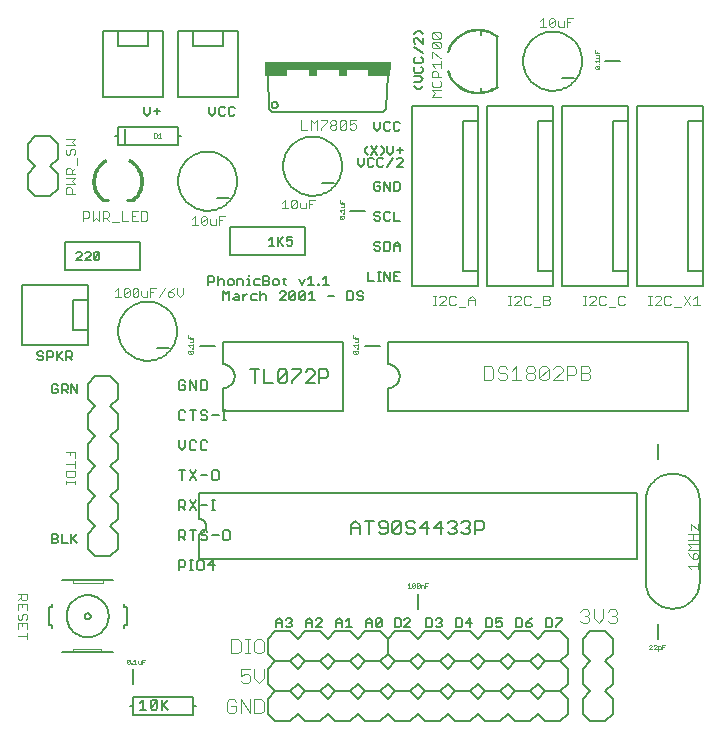
<source format=gto>
G75*
G70*
%OFA0B0*%
%FSLAX24Y24*%
%IPPOS*%
%LPD*%
%AMOC8*
5,1,8,0,0,1.08239X$1,22.5*
%
%ADD10C,0.0050*%
%ADD11R,0.4200X0.0300*%
%ADD12R,0.0750X0.0200*%
%ADD13R,0.0300X0.0200*%
%ADD14C,0.0040*%
%ADD15C,0.0080*%
%ADD16C,0.0030*%
%ADD17C,0.0010*%
%ADD18C,0.0100*%
%ADD19C,0.0060*%
%ADD20C,0.0020*%
D10*
X002467Y008007D02*
X002617Y008007D01*
X002667Y008057D01*
X002667Y008107D01*
X002617Y008157D01*
X002467Y008157D01*
X002467Y008007D02*
X002467Y008308D01*
X002617Y008308D01*
X002667Y008258D01*
X002667Y008208D01*
X002617Y008157D01*
X002789Y008007D02*
X002990Y008007D01*
X003112Y008007D02*
X003112Y008308D01*
X003162Y008157D02*
X003312Y008007D01*
X003112Y008107D02*
X003312Y008308D01*
X002789Y008308D02*
X002789Y008007D01*
X002789Y013007D02*
X002789Y013308D01*
X002940Y013308D01*
X002990Y013258D01*
X002990Y013157D01*
X002940Y013107D01*
X002789Y013107D01*
X002890Y013107D02*
X002990Y013007D01*
X003112Y013007D02*
X003112Y013308D01*
X003312Y013007D01*
X003312Y013308D01*
X002667Y013258D02*
X002617Y013308D01*
X002517Y013308D01*
X002467Y013258D01*
X002467Y013057D01*
X002517Y013007D01*
X002617Y013007D01*
X002667Y013057D01*
X002667Y013157D01*
X002567Y013157D01*
X002629Y014107D02*
X002629Y014408D01*
X002506Y014358D02*
X002506Y014257D01*
X002456Y014207D01*
X002306Y014207D01*
X002306Y014107D02*
X002306Y014408D01*
X002456Y014408D01*
X002506Y014358D01*
X002629Y014207D02*
X002829Y014408D01*
X002951Y014408D02*
X003101Y014408D01*
X003151Y014358D01*
X003151Y014257D01*
X003101Y014207D01*
X002951Y014207D01*
X002951Y014107D02*
X002951Y014408D01*
X003051Y014207D02*
X003151Y014107D01*
X002829Y014107D02*
X002679Y014257D01*
X002184Y014207D02*
X002184Y014157D01*
X002134Y014107D01*
X002034Y014107D01*
X001984Y014157D01*
X002034Y014257D02*
X001984Y014308D01*
X001984Y014358D01*
X002034Y014408D01*
X002134Y014408D01*
X002184Y014358D01*
X002134Y014257D02*
X002184Y014207D01*
X002134Y014257D02*
X002034Y014257D01*
X001459Y014632D02*
X001459Y016632D01*
X003659Y016632D01*
X003659Y016132D01*
X003159Y016132D01*
X003159Y015132D01*
X003659Y015132D01*
X003659Y014632D01*
X001459Y014632D01*
X003659Y015132D02*
X003659Y016132D01*
X003579Y017457D02*
X003759Y017637D01*
X003759Y017683D01*
X003714Y017728D01*
X003624Y017728D01*
X003579Y017683D01*
X003464Y017683D02*
X003419Y017728D01*
X003329Y017728D01*
X003284Y017683D01*
X003464Y017683D02*
X003464Y017637D01*
X003284Y017457D01*
X003464Y017457D01*
X003579Y017457D02*
X003759Y017457D01*
X003873Y017502D02*
X004053Y017683D01*
X004053Y017502D01*
X004008Y017457D01*
X003918Y017457D01*
X003873Y017502D01*
X003873Y017683D01*
X003918Y017728D01*
X004008Y017728D01*
X004053Y017683D01*
X007684Y016908D02*
X007684Y016607D01*
X007684Y016707D02*
X007834Y016707D01*
X007884Y016757D01*
X007884Y016858D01*
X007834Y016908D01*
X007684Y016908D01*
X008006Y016908D02*
X008006Y016607D01*
X008006Y016757D02*
X008056Y016808D01*
X008156Y016808D01*
X008206Y016757D01*
X008206Y016607D01*
X008329Y016657D02*
X008379Y016607D01*
X008479Y016607D01*
X008529Y016657D01*
X008529Y016757D01*
X008479Y016808D01*
X008379Y016808D01*
X008329Y016757D01*
X008329Y016657D01*
X008384Y016408D02*
X008384Y016107D01*
X008506Y016157D02*
X008556Y016207D01*
X008706Y016207D01*
X008706Y016257D02*
X008706Y016107D01*
X008556Y016107D01*
X008506Y016157D01*
X008556Y016308D02*
X008656Y016308D01*
X008706Y016257D01*
X008829Y016207D02*
X008929Y016308D01*
X008979Y016308D01*
X009097Y016257D02*
X009097Y016157D01*
X009147Y016107D01*
X009297Y016107D01*
X009419Y016107D02*
X009419Y016408D01*
X009469Y016308D02*
X009419Y016257D01*
X009469Y016308D02*
X009569Y016308D01*
X009619Y016257D01*
X009619Y016107D01*
X009297Y016308D02*
X009147Y016308D01*
X009097Y016257D01*
X008829Y016308D02*
X008829Y016107D01*
X008851Y016607D02*
X008851Y016757D01*
X008801Y016808D01*
X008651Y016808D01*
X008651Y016607D01*
X008384Y016408D02*
X008284Y016308D01*
X008184Y016408D01*
X008184Y016107D01*
X008973Y016607D02*
X009073Y016607D01*
X009023Y016607D02*
X009023Y016808D01*
X008973Y016808D01*
X009023Y016908D02*
X009023Y016958D01*
X009188Y016757D02*
X009188Y016657D01*
X009238Y016607D01*
X009388Y016607D01*
X009510Y016607D02*
X009510Y016908D01*
X009660Y016908D01*
X009710Y016858D01*
X009710Y016808D01*
X009660Y016757D01*
X009510Y016757D01*
X009388Y016808D02*
X009238Y016808D01*
X009188Y016757D01*
X009510Y016607D02*
X009660Y016607D01*
X009710Y016657D01*
X009710Y016707D01*
X009660Y016757D01*
X009832Y016757D02*
X009832Y016657D01*
X009882Y016607D01*
X009982Y016607D01*
X010033Y016657D01*
X010033Y016757D01*
X009982Y016808D01*
X009882Y016808D01*
X009832Y016757D01*
X010155Y016808D02*
X010255Y016808D01*
X010205Y016858D02*
X010205Y016657D01*
X010255Y016607D01*
X010214Y016408D02*
X010114Y016408D01*
X010064Y016358D01*
X010214Y016408D02*
X010264Y016358D01*
X010264Y016308D01*
X010064Y016107D01*
X010264Y016107D01*
X010386Y016157D02*
X010586Y016358D01*
X010586Y016157D01*
X010536Y016107D01*
X010436Y016107D01*
X010386Y016157D01*
X010386Y016358D01*
X010436Y016408D01*
X010536Y016408D01*
X010586Y016358D01*
X010708Y016358D02*
X010758Y016408D01*
X010858Y016408D01*
X010908Y016358D01*
X010708Y016157D01*
X010758Y016107D01*
X010858Y016107D01*
X010908Y016157D01*
X010908Y016358D01*
X011031Y016308D02*
X011131Y016408D01*
X011131Y016107D01*
X011031Y016107D02*
X011231Y016107D01*
X011214Y016607D02*
X011014Y016607D01*
X011114Y016607D02*
X011114Y016908D01*
X011014Y016808D01*
X010892Y016808D02*
X010792Y016607D01*
X010692Y016808D01*
X010708Y016358D02*
X010708Y016157D01*
X011336Y016607D02*
X011336Y016657D01*
X011386Y016657D01*
X011386Y016607D01*
X011336Y016607D01*
X011497Y016607D02*
X011697Y016607D01*
X011597Y016607D02*
X011597Y016908D01*
X011497Y016808D01*
X011675Y016257D02*
X011875Y016257D01*
X012320Y016107D02*
X012470Y016107D01*
X012520Y016157D01*
X012520Y016358D01*
X012470Y016408D01*
X012320Y016408D01*
X012320Y016107D01*
X012642Y016157D02*
X012692Y016107D01*
X012792Y016107D01*
X012842Y016157D01*
X012842Y016207D01*
X012792Y016257D01*
X012692Y016257D01*
X012642Y016308D01*
X012642Y016358D01*
X012692Y016408D01*
X012792Y016408D01*
X012842Y016358D01*
X013002Y016757D02*
X013203Y016757D01*
X013325Y016757D02*
X013425Y016757D01*
X013375Y016757D02*
X013375Y017058D01*
X013325Y017058D02*
X013425Y017058D01*
X013539Y017058D02*
X013740Y016757D01*
X013740Y017058D01*
X013862Y017058D02*
X013862Y016757D01*
X014062Y016757D01*
X013962Y016907D02*
X013862Y016907D01*
X013862Y017058D02*
X014062Y017058D01*
X013539Y017058D02*
X013539Y016757D01*
X013002Y016757D02*
X013002Y017058D01*
X013267Y017757D02*
X013217Y017807D01*
X013267Y017757D02*
X013367Y017757D01*
X013417Y017807D01*
X013417Y017857D01*
X013367Y017907D01*
X013267Y017907D01*
X013217Y017958D01*
X013217Y018008D01*
X013267Y018058D01*
X013367Y018058D01*
X013417Y018008D01*
X013539Y018058D02*
X013690Y018058D01*
X013740Y018008D01*
X013740Y017807D01*
X013690Y017757D01*
X013539Y017757D01*
X013539Y018058D01*
X013862Y017958D02*
X013962Y018058D01*
X014062Y017958D01*
X014062Y017757D01*
X014062Y017907D02*
X013862Y017907D01*
X013862Y017958D02*
X013862Y017757D01*
X013862Y018757D02*
X014062Y018757D01*
X013862Y018757D02*
X013862Y019058D01*
X013740Y019008D02*
X013690Y019058D01*
X013590Y019058D01*
X013539Y019008D01*
X013539Y018807D01*
X013590Y018757D01*
X013690Y018757D01*
X013740Y018807D01*
X013417Y018807D02*
X013367Y018757D01*
X013267Y018757D01*
X013217Y018807D01*
X013267Y018907D02*
X013367Y018907D01*
X013417Y018857D01*
X013417Y018807D01*
X013267Y018907D02*
X013217Y018958D01*
X013217Y019008D01*
X013267Y019058D01*
X013367Y019058D01*
X013417Y019008D01*
X013367Y019757D02*
X013417Y019807D01*
X013417Y019907D01*
X013317Y019907D01*
X013217Y019807D02*
X013217Y020008D01*
X013267Y020058D01*
X013367Y020058D01*
X013417Y020008D01*
X013539Y020058D02*
X013740Y019757D01*
X013740Y020058D01*
X013862Y020058D02*
X014012Y020058D01*
X014062Y020008D01*
X014062Y019807D01*
X014012Y019757D01*
X013862Y019757D01*
X013862Y020058D01*
X013539Y020058D02*
X013539Y019757D01*
X013367Y019757D02*
X013267Y019757D01*
X013217Y019807D01*
X013145Y020557D02*
X013195Y020607D01*
X013145Y020557D02*
X013045Y020557D01*
X012995Y020607D01*
X012995Y020808D01*
X013045Y020858D01*
X013145Y020858D01*
X013195Y020808D01*
X013317Y020808D02*
X013317Y020607D01*
X013367Y020557D01*
X013467Y020557D01*
X013517Y020607D01*
X013639Y020557D02*
X013840Y020858D01*
X013962Y020808D02*
X014012Y020858D01*
X014112Y020858D01*
X014162Y020808D01*
X014162Y020758D01*
X013962Y020557D01*
X014162Y020557D01*
X014062Y021007D02*
X014062Y021208D01*
X013962Y021107D02*
X014162Y021107D01*
X013840Y021057D02*
X013840Y021258D01*
X013639Y021258D02*
X013639Y021057D01*
X013740Y020957D01*
X013840Y021057D01*
X013525Y021057D02*
X013525Y021158D01*
X013425Y021258D01*
X013303Y021258D02*
X013102Y020957D01*
X012988Y020957D02*
X012888Y021057D01*
X012888Y021158D01*
X012988Y021258D01*
X013102Y021258D02*
X013303Y020957D01*
X013367Y020858D02*
X013317Y020808D01*
X013367Y020858D02*
X013467Y020858D01*
X013517Y020808D01*
X013425Y020957D02*
X013525Y021057D01*
X012873Y020858D02*
X012873Y020657D01*
X012773Y020557D01*
X012673Y020657D01*
X012673Y020858D01*
X013317Y021757D02*
X013417Y021857D01*
X013417Y022058D01*
X013539Y022008D02*
X013590Y022058D01*
X013690Y022058D01*
X013740Y022008D01*
X013862Y022008D02*
X013862Y021807D01*
X013912Y021757D01*
X014012Y021757D01*
X014062Y021807D01*
X014062Y022008D02*
X014012Y022058D01*
X013912Y022058D01*
X013862Y022008D01*
X013740Y021807D02*
X013690Y021757D01*
X013590Y021757D01*
X013539Y021807D01*
X013539Y022008D01*
X013217Y022058D02*
X013217Y021857D01*
X013317Y021757D01*
X013509Y022382D02*
X009809Y022382D01*
X009709Y022482D01*
X009659Y023632D01*
X009789Y022622D02*
X009791Y022642D01*
X009797Y022660D01*
X009806Y022678D01*
X009818Y022693D01*
X009833Y022705D01*
X009851Y022714D01*
X009869Y022720D01*
X009889Y022722D01*
X009909Y022720D01*
X009927Y022714D01*
X009945Y022705D01*
X009960Y022693D01*
X009972Y022678D01*
X009981Y022660D01*
X009987Y022642D01*
X009989Y022622D01*
X009987Y022602D01*
X009981Y022584D01*
X009972Y022566D01*
X009960Y022551D01*
X009945Y022539D01*
X009927Y022530D01*
X009909Y022524D01*
X009889Y022522D01*
X009869Y022524D01*
X009851Y022530D01*
X009833Y022539D01*
X009818Y022551D01*
X009806Y022566D01*
X009797Y022584D01*
X009791Y022602D01*
X009789Y022622D01*
X008659Y022882D02*
X006659Y022882D01*
X006659Y025082D01*
X007159Y025082D01*
X007159Y024582D01*
X008159Y024582D01*
X008159Y025082D01*
X008659Y025082D01*
X008659Y022882D01*
X008512Y022558D02*
X008412Y022558D01*
X008362Y022508D01*
X008362Y022307D01*
X008412Y022257D01*
X008512Y022257D01*
X008562Y022307D01*
X008562Y022508D02*
X008512Y022558D01*
X008240Y022508D02*
X008190Y022558D01*
X008090Y022558D01*
X008039Y022508D01*
X008039Y022307D01*
X008090Y022257D01*
X008190Y022257D01*
X008240Y022307D01*
X007917Y022357D02*
X007817Y022257D01*
X007717Y022357D01*
X007717Y022558D01*
X007917Y022558D02*
X007917Y022357D01*
X006159Y022882D02*
X004159Y022882D01*
X004159Y025082D01*
X004659Y025082D01*
X004659Y024582D01*
X005659Y024582D01*
X005659Y025082D01*
X006159Y025082D01*
X006159Y022882D01*
X005740Y022558D02*
X005740Y022357D01*
X005640Y022257D01*
X005540Y022357D01*
X005540Y022558D01*
X005862Y022407D02*
X006062Y022407D01*
X005962Y022307D02*
X005962Y022508D01*
X005659Y025082D02*
X004659Y025082D01*
X007159Y025082D02*
X008159Y025082D01*
X013659Y023632D02*
X013609Y022482D01*
X013509Y022382D01*
X014459Y022582D02*
X014459Y016582D01*
X016659Y016582D01*
X016659Y017082D01*
X016159Y017082D01*
X016159Y022082D01*
X016659Y022082D01*
X016659Y017082D01*
X016959Y016582D02*
X016959Y022582D01*
X019159Y022582D01*
X019159Y022082D01*
X018659Y022082D01*
X018659Y017082D01*
X019159Y017082D01*
X019159Y016582D01*
X016959Y016582D01*
X019159Y017082D02*
X019159Y022082D01*
X019459Y022582D02*
X019459Y016582D01*
X021659Y016582D01*
X021659Y017082D01*
X021159Y017082D01*
X021159Y022082D01*
X021659Y022082D01*
X021659Y017082D01*
X021959Y016582D02*
X021959Y022582D01*
X024159Y022582D01*
X024159Y022082D01*
X023659Y022082D01*
X023659Y017082D01*
X024159Y017082D01*
X024159Y016582D01*
X021959Y016582D01*
X024159Y017082D02*
X024159Y022082D01*
X021659Y022082D02*
X021659Y022582D01*
X019459Y022582D01*
X016659Y022582D02*
X016659Y022082D01*
X016659Y022582D02*
X014459Y022582D01*
X014634Y023157D02*
X014534Y023257D01*
X014534Y023372D02*
X014734Y023372D01*
X014834Y023472D01*
X014734Y023572D01*
X014534Y023572D01*
X014584Y023694D02*
X014784Y023694D01*
X014834Y023744D01*
X014834Y023845D01*
X014784Y023895D01*
X014784Y024017D02*
X014834Y024067D01*
X014834Y024167D01*
X014784Y024217D01*
X014834Y024339D02*
X014534Y024539D01*
X014584Y024661D02*
X014534Y024711D01*
X014534Y024811D01*
X014584Y024861D01*
X014634Y024861D01*
X014834Y024661D01*
X014834Y024861D01*
X014834Y024983D02*
X014734Y025084D01*
X014634Y025084D01*
X014534Y024983D01*
X014584Y024217D02*
X014534Y024167D01*
X014534Y024067D01*
X014584Y024017D01*
X014784Y024017D01*
X014584Y023895D02*
X014534Y023845D01*
X014534Y023744D01*
X014584Y023694D01*
X014834Y023257D02*
X014734Y023157D01*
X014634Y023157D01*
X010470Y018208D02*
X010289Y018208D01*
X010289Y018072D01*
X010379Y018117D01*
X010424Y018117D01*
X010470Y018072D01*
X010470Y017982D01*
X010424Y017937D01*
X010334Y017937D01*
X010289Y017982D01*
X010175Y017937D02*
X010040Y018072D01*
X009995Y018027D02*
X010175Y018208D01*
X009995Y018208D02*
X009995Y017937D01*
X009880Y017937D02*
X009700Y017937D01*
X009790Y017937D02*
X009790Y018208D01*
X009700Y018117D01*
X009544Y013808D02*
X009544Y013357D01*
X009845Y013357D01*
X010005Y013432D02*
X010305Y013733D01*
X010305Y013432D01*
X010230Y013357D01*
X010080Y013357D01*
X010005Y013432D01*
X010005Y013733D01*
X010080Y013808D01*
X010230Y013808D01*
X010305Y013733D01*
X010465Y013808D02*
X010765Y013808D01*
X010765Y013733D01*
X010465Y013432D01*
X010465Y013357D01*
X010925Y013357D02*
X011226Y013658D01*
X011226Y013733D01*
X011151Y013808D01*
X011001Y013808D01*
X010925Y013733D01*
X011386Y013808D02*
X011611Y013808D01*
X011686Y013733D01*
X011686Y013583D01*
X011611Y013507D01*
X011386Y013507D01*
X011386Y013357D02*
X011386Y013808D01*
X011226Y013357D02*
X010925Y013357D01*
X009384Y013808D02*
X009084Y013808D01*
X009234Y013808D02*
X009234Y013357D01*
X012584Y008758D02*
X012734Y008608D01*
X012734Y008307D01*
X012734Y008533D02*
X012434Y008533D01*
X012434Y008608D02*
X012434Y008307D01*
X012434Y008608D02*
X012584Y008758D01*
X012894Y008758D02*
X013195Y008758D01*
X013045Y008758D02*
X013045Y008307D01*
X013355Y008382D02*
X013430Y008307D01*
X013580Y008307D01*
X013655Y008382D01*
X013655Y008683D01*
X013580Y008758D01*
X013430Y008758D01*
X013355Y008683D01*
X013355Y008608D01*
X013430Y008533D01*
X013655Y008533D01*
X013815Y008683D02*
X013815Y008382D01*
X014115Y008683D01*
X014115Y008382D01*
X014040Y008307D01*
X013890Y008307D01*
X013815Y008382D01*
X013815Y008683D02*
X013890Y008758D01*
X014040Y008758D01*
X014115Y008683D01*
X014275Y008683D02*
X014275Y008608D01*
X014351Y008533D01*
X014501Y008533D01*
X014576Y008457D01*
X014576Y008382D01*
X014501Y008307D01*
X014351Y008307D01*
X014275Y008382D01*
X014275Y008683D02*
X014351Y008758D01*
X014501Y008758D01*
X014576Y008683D01*
X014736Y008533D02*
X015036Y008533D01*
X015196Y008533D02*
X015496Y008533D01*
X015657Y008683D02*
X015732Y008758D01*
X015882Y008758D01*
X015957Y008683D01*
X015957Y008608D01*
X015882Y008533D01*
X015957Y008457D01*
X015957Y008382D01*
X015882Y008307D01*
X015732Y008307D01*
X015657Y008382D01*
X015807Y008533D02*
X015882Y008533D01*
X016117Y008683D02*
X016192Y008758D01*
X016342Y008758D01*
X016417Y008683D01*
X016417Y008608D01*
X016342Y008533D01*
X016417Y008457D01*
X016417Y008382D01*
X016342Y008307D01*
X016192Y008307D01*
X016117Y008382D01*
X016267Y008533D02*
X016342Y008533D01*
X016577Y008457D02*
X016802Y008457D01*
X016877Y008533D01*
X016877Y008683D01*
X016802Y008758D01*
X016577Y008758D01*
X016577Y008307D01*
X015421Y008307D02*
X015421Y008758D01*
X015196Y008533D01*
X014961Y008758D02*
X014961Y008307D01*
X014736Y008533D02*
X014961Y008758D01*
X014940Y005508D02*
X015090Y005508D01*
X015140Y005458D01*
X015140Y005257D01*
X015090Y005207D01*
X014940Y005207D01*
X014940Y005508D01*
X015262Y005458D02*
X015312Y005508D01*
X015412Y005508D01*
X015462Y005458D01*
X015462Y005408D01*
X015412Y005357D01*
X015462Y005307D01*
X015462Y005257D01*
X015412Y005207D01*
X015312Y005207D01*
X015262Y005257D01*
X015362Y005357D02*
X015412Y005357D01*
X015940Y005207D02*
X016090Y005207D01*
X016140Y005257D01*
X016140Y005458D01*
X016090Y005508D01*
X015940Y005508D01*
X015940Y005207D01*
X016262Y005357D02*
X016462Y005357D01*
X016412Y005207D02*
X016412Y005508D01*
X016262Y005357D01*
X016940Y005207D02*
X017090Y005207D01*
X017140Y005257D01*
X017140Y005458D01*
X017090Y005508D01*
X016940Y005508D01*
X016940Y005207D01*
X017262Y005257D02*
X017312Y005207D01*
X017412Y005207D01*
X017462Y005257D01*
X017462Y005357D01*
X017412Y005408D01*
X017362Y005408D01*
X017262Y005357D01*
X017262Y005508D01*
X017462Y005508D01*
X017940Y005508D02*
X017940Y005207D01*
X018090Y005207D01*
X018140Y005257D01*
X018140Y005458D01*
X018090Y005508D01*
X017940Y005508D01*
X018262Y005357D02*
X018412Y005357D01*
X018462Y005307D01*
X018462Y005257D01*
X018412Y005207D01*
X018312Y005207D01*
X018262Y005257D01*
X018262Y005357D01*
X018362Y005458D01*
X018462Y005508D01*
X018940Y005508D02*
X018940Y005207D01*
X019090Y005207D01*
X019140Y005257D01*
X019140Y005458D01*
X019090Y005508D01*
X018940Y005508D01*
X019262Y005508D02*
X019462Y005508D01*
X019462Y005458D01*
X019262Y005257D01*
X019262Y005207D01*
X014412Y005207D02*
X014212Y005207D01*
X014412Y005408D01*
X014412Y005458D01*
X014362Y005508D01*
X014262Y005508D01*
X014212Y005458D01*
X014090Y005458D02*
X014090Y005257D01*
X014040Y005207D01*
X013890Y005207D01*
X013890Y005508D01*
X014040Y005508D01*
X014090Y005458D01*
X013462Y005458D02*
X013462Y005257D01*
X013412Y005207D01*
X013312Y005207D01*
X013262Y005257D01*
X013462Y005458D01*
X013412Y005508D01*
X013312Y005508D01*
X013262Y005458D01*
X013262Y005257D01*
X013140Y005207D02*
X013140Y005408D01*
X013040Y005508D01*
X012940Y005408D01*
X012940Y005207D01*
X012940Y005357D02*
X013140Y005357D01*
X012462Y005207D02*
X012262Y005207D01*
X012362Y005207D02*
X012362Y005508D01*
X012262Y005408D01*
X012140Y005408D02*
X012140Y005207D01*
X012140Y005357D02*
X011940Y005357D01*
X011940Y005408D02*
X011940Y005207D01*
X011940Y005408D02*
X012040Y005508D01*
X012140Y005408D01*
X011462Y005408D02*
X011462Y005458D01*
X011412Y005508D01*
X011312Y005508D01*
X011262Y005458D01*
X011140Y005408D02*
X011140Y005207D01*
X011262Y005207D02*
X011462Y005408D01*
X011462Y005207D02*
X011262Y005207D01*
X011140Y005357D02*
X010940Y005357D01*
X010940Y005408D02*
X010940Y005207D01*
X010940Y005408D02*
X011040Y005508D01*
X011140Y005408D01*
X010462Y005408D02*
X010412Y005357D01*
X010462Y005307D01*
X010462Y005257D01*
X010412Y005207D01*
X010312Y005207D01*
X010262Y005257D01*
X010140Y005207D02*
X010140Y005408D01*
X010040Y005508D01*
X009940Y005408D01*
X009940Y005207D01*
X009940Y005357D02*
X010140Y005357D01*
X010262Y005458D02*
X010312Y005508D01*
X010412Y005508D01*
X010462Y005458D01*
X010462Y005408D01*
X010412Y005357D02*
X010362Y005357D01*
D11*
X011659Y023932D03*
D12*
X009934Y023682D03*
X013384Y023682D03*
D13*
X012159Y023682D03*
X011159Y023682D03*
D14*
X011101Y022113D02*
X011205Y022009D01*
X011308Y022113D01*
X011308Y021802D01*
X011424Y021802D02*
X011424Y021854D01*
X011630Y022061D01*
X011630Y022113D01*
X011424Y022113D01*
X011746Y022061D02*
X011746Y022009D01*
X011797Y021957D01*
X011901Y021957D01*
X011953Y021906D01*
X011953Y021854D01*
X011901Y021802D01*
X011797Y021802D01*
X011746Y021854D01*
X011746Y021906D01*
X011797Y021957D01*
X011901Y021957D02*
X011953Y022009D01*
X011953Y022061D01*
X011901Y022113D01*
X011797Y022113D01*
X011746Y022061D01*
X012068Y022061D02*
X012068Y021854D01*
X012275Y022061D01*
X012275Y021854D01*
X012223Y021802D01*
X012120Y021802D01*
X012068Y021854D01*
X012068Y022061D02*
X012120Y022113D01*
X012223Y022113D01*
X012275Y022061D01*
X012390Y022113D02*
X012390Y021957D01*
X012494Y022009D01*
X012545Y022009D01*
X012597Y021957D01*
X012597Y021854D01*
X012545Y021802D01*
X012442Y021802D01*
X012390Y021854D01*
X012390Y022113D02*
X012597Y022113D01*
X011101Y022113D02*
X011101Y021802D01*
X010986Y021802D02*
X010779Y021802D01*
X010779Y022113D01*
X015129Y022902D02*
X015232Y023006D01*
X015129Y023109D01*
X015439Y023109D01*
X015387Y023225D02*
X015439Y023276D01*
X015439Y023380D01*
X015387Y023431D01*
X015336Y023547D02*
X015336Y023702D01*
X015284Y023754D01*
X015181Y023754D01*
X015129Y023702D01*
X015129Y023547D01*
X015439Y023547D01*
X015181Y023431D02*
X015129Y023380D01*
X015129Y023276D01*
X015181Y023225D01*
X015387Y023225D01*
X015439Y022902D02*
X015129Y022902D01*
X015232Y023869D02*
X015129Y023972D01*
X015439Y023972D01*
X015439Y023869D02*
X015439Y024076D01*
X015439Y024191D02*
X015387Y024191D01*
X015181Y024398D01*
X015129Y024398D01*
X015129Y024191D01*
X015181Y024514D02*
X015129Y024565D01*
X015129Y024669D01*
X015181Y024720D01*
X015387Y024514D01*
X015439Y024565D01*
X015439Y024669D01*
X015387Y024720D01*
X015181Y024720D01*
X015181Y024836D02*
X015129Y024888D01*
X015129Y024991D01*
X015181Y025043D01*
X015387Y024836D01*
X015439Y024888D01*
X015439Y024991D01*
X015387Y025043D01*
X015181Y025043D01*
X015181Y024836D02*
X015387Y024836D01*
X015387Y024514D02*
X015181Y024514D01*
X005653Y019021D02*
X005602Y019073D01*
X005447Y019073D01*
X005447Y018762D01*
X005602Y018762D01*
X005653Y018814D01*
X005653Y019021D01*
X005331Y019073D02*
X005124Y019073D01*
X005124Y018762D01*
X005331Y018762D01*
X005228Y018917D02*
X005124Y018917D01*
X005009Y018762D02*
X004802Y018762D01*
X004802Y019073D01*
X004687Y018711D02*
X004480Y018711D01*
X004364Y018762D02*
X004261Y018866D01*
X004313Y018866D02*
X004158Y018866D01*
X004158Y018762D02*
X004158Y019073D01*
X004313Y019073D01*
X004364Y019021D01*
X004364Y018917D01*
X004313Y018866D01*
X004042Y018762D02*
X004042Y019073D01*
X003835Y019073D02*
X003835Y018762D01*
X003939Y018866D01*
X004042Y018762D01*
X003720Y018917D02*
X003668Y018866D01*
X003513Y018866D01*
X003513Y018762D02*
X003513Y019073D01*
X003668Y019073D01*
X003720Y019021D01*
X003720Y018917D01*
X001639Y006312D02*
X001329Y006312D01*
X001432Y006312D02*
X001432Y006157D01*
X001484Y006106D01*
X001588Y006106D01*
X001639Y006157D01*
X001639Y006312D01*
X001432Y006209D02*
X001329Y006106D01*
X001329Y005990D02*
X001329Y005783D01*
X001381Y005668D02*
X001329Y005616D01*
X001329Y005513D01*
X001381Y005461D01*
X001432Y005461D01*
X001484Y005513D01*
X001484Y005616D01*
X001536Y005668D01*
X001588Y005668D01*
X001639Y005616D01*
X001639Y005513D01*
X001588Y005461D01*
X001639Y005346D02*
X001329Y005346D01*
X001329Y005139D01*
X001484Y005242D02*
X001484Y005346D01*
X001639Y005346D02*
X001639Y005139D01*
X001639Y005023D02*
X001639Y004817D01*
X001639Y004920D02*
X001329Y004920D01*
X001639Y005783D02*
X001639Y005990D01*
X001329Y005990D01*
X001484Y005990D02*
X001484Y005887D01*
X008298Y002736D02*
X008298Y002429D01*
X008375Y002352D01*
X008528Y002352D01*
X008605Y002429D01*
X008605Y002583D01*
X008451Y002583D01*
X008298Y002736D02*
X008375Y002813D01*
X008528Y002813D01*
X008605Y002736D01*
X008758Y002813D02*
X009065Y002352D01*
X009065Y002813D01*
X009219Y002813D02*
X009449Y002813D01*
X009526Y002736D01*
X009526Y002429D01*
X009449Y002352D01*
X009219Y002352D01*
X009219Y002813D01*
X008758Y002813D02*
X008758Y002352D01*
X008835Y003352D02*
X008758Y003429D01*
X008835Y003352D02*
X008988Y003352D01*
X009065Y003429D01*
X009065Y003583D01*
X008988Y003659D01*
X008912Y003659D01*
X008758Y003583D01*
X008758Y003813D01*
X009065Y003813D01*
X009219Y003813D02*
X009219Y003506D01*
X009372Y003352D01*
X009526Y003506D01*
X009526Y003813D01*
X009449Y004352D02*
X009295Y004352D01*
X009219Y004429D01*
X009219Y004736D01*
X009295Y004813D01*
X009449Y004813D01*
X009526Y004736D01*
X009526Y004429D01*
X009449Y004352D01*
X009065Y004352D02*
X008912Y004352D01*
X008988Y004352D02*
X008988Y004813D01*
X008912Y004813D02*
X009065Y004813D01*
X008758Y004736D02*
X008758Y004429D01*
X008682Y004352D01*
X008451Y004352D01*
X008451Y004813D01*
X008682Y004813D01*
X008758Y004736D01*
X016879Y013452D02*
X017109Y013452D01*
X017186Y013529D01*
X017186Y013836D01*
X017109Y013913D01*
X016879Y013913D01*
X016879Y013452D01*
X017339Y013529D02*
X017416Y013452D01*
X017570Y013452D01*
X017646Y013529D01*
X017646Y013606D01*
X017570Y013683D01*
X017416Y013683D01*
X017339Y013759D01*
X017339Y013836D01*
X017416Y013913D01*
X017570Y013913D01*
X017646Y013836D01*
X017800Y013759D02*
X017953Y013913D01*
X017953Y013452D01*
X017800Y013452D02*
X018107Y013452D01*
X018260Y013529D02*
X018260Y013606D01*
X018337Y013683D01*
X018490Y013683D01*
X018567Y013606D01*
X018567Y013529D01*
X018490Y013452D01*
X018337Y013452D01*
X018260Y013529D01*
X018337Y013683D02*
X018260Y013759D01*
X018260Y013836D01*
X018337Y013913D01*
X018490Y013913D01*
X018567Y013836D01*
X018567Y013759D01*
X018490Y013683D01*
X018720Y013836D02*
X018797Y013913D01*
X018951Y013913D01*
X019027Y013836D01*
X018720Y013529D01*
X018797Y013452D01*
X018951Y013452D01*
X019027Y013529D01*
X019027Y013836D01*
X019181Y013836D02*
X019258Y013913D01*
X019411Y013913D01*
X019488Y013836D01*
X019488Y013759D01*
X019181Y013452D01*
X019488Y013452D01*
X019641Y013452D02*
X019641Y013913D01*
X019871Y013913D01*
X019948Y013836D01*
X019948Y013683D01*
X019871Y013606D01*
X019641Y013606D01*
X020102Y013683D02*
X020332Y013683D01*
X020408Y013606D01*
X020408Y013529D01*
X020332Y013452D01*
X020102Y013452D01*
X020102Y013913D01*
X020332Y013913D01*
X020408Y013836D01*
X020408Y013759D01*
X020332Y013683D01*
X018720Y013529D02*
X018720Y013836D01*
X023782Y008648D02*
X023782Y008441D01*
X023834Y008326D02*
X023834Y008119D01*
X023989Y008119D02*
X023679Y008119D01*
X023679Y008004D02*
X023989Y008004D01*
X023989Y007797D02*
X023679Y007797D01*
X023782Y007900D01*
X023679Y008004D01*
X023679Y007681D02*
X023731Y007578D01*
X023834Y007475D01*
X023834Y007630D01*
X023886Y007681D01*
X023937Y007681D01*
X023989Y007630D01*
X023989Y007526D01*
X023937Y007475D01*
X023834Y007475D01*
X023989Y007359D02*
X023989Y007152D01*
X023989Y007256D02*
X023679Y007256D01*
X023782Y007152D01*
X023679Y008326D02*
X023989Y008326D01*
X023989Y008441D02*
X023989Y008648D01*
X023782Y008648D02*
X023989Y008441D01*
X021307Y005736D02*
X021307Y005659D01*
X021230Y005583D01*
X021307Y005506D01*
X021307Y005429D01*
X021230Y005352D01*
X021076Y005352D01*
X021000Y005429D01*
X020846Y005506D02*
X020846Y005813D01*
X021000Y005736D02*
X021076Y005813D01*
X021230Y005813D01*
X021307Y005736D01*
X021230Y005583D02*
X021153Y005583D01*
X020846Y005506D02*
X020693Y005352D01*
X020539Y005506D01*
X020539Y005813D01*
X020386Y005736D02*
X020386Y005659D01*
X020309Y005583D01*
X020386Y005506D01*
X020386Y005429D01*
X020309Y005352D01*
X020156Y005352D01*
X020079Y005429D01*
X020232Y005583D02*
X020309Y005583D01*
X020386Y005736D02*
X020309Y005813D01*
X020156Y005813D01*
X020079Y005736D01*
D15*
X020409Y005082D02*
X020159Y004832D01*
X020159Y004332D01*
X020409Y004082D01*
X020159Y003832D01*
X020159Y003332D01*
X020409Y003082D01*
X020159Y002832D01*
X020159Y002332D01*
X020409Y002082D01*
X020909Y002082D01*
X021159Y002332D01*
X021159Y002832D01*
X020909Y003082D01*
X021159Y003332D01*
X021159Y003832D01*
X020909Y004082D01*
X021159Y004332D01*
X021159Y004832D01*
X020909Y005082D01*
X020409Y005082D01*
X019659Y004832D02*
X019659Y004332D01*
X019409Y004082D01*
X019659Y003832D01*
X019659Y003332D01*
X019409Y003082D01*
X018909Y003082D01*
X018659Y003332D01*
X018409Y003082D01*
X017909Y003082D01*
X017659Y003332D01*
X017409Y003082D01*
X016909Y003082D01*
X016659Y003332D01*
X016409Y003082D01*
X015909Y003082D01*
X015659Y003332D01*
X015409Y003082D01*
X014909Y003082D01*
X014659Y003332D01*
X014409Y003082D01*
X013909Y003082D01*
X013659Y003332D01*
X013409Y003082D01*
X012909Y003082D01*
X012659Y003332D01*
X012409Y003082D01*
X011909Y003082D01*
X011659Y003332D01*
X011409Y003082D01*
X010909Y003082D01*
X010659Y003332D01*
X010409Y003082D01*
X009909Y003082D01*
X009659Y003332D01*
X009659Y003832D01*
X009909Y004082D01*
X010409Y004082D01*
X010659Y003832D01*
X010909Y004082D01*
X011409Y004082D01*
X011659Y003832D01*
X011909Y004082D01*
X012409Y004082D01*
X012659Y003832D01*
X012909Y004082D01*
X013409Y004082D01*
X013659Y003832D01*
X013909Y004082D01*
X014409Y004082D01*
X014659Y003832D01*
X014909Y004082D01*
X015409Y004082D01*
X015659Y003832D01*
X015909Y004082D01*
X016409Y004082D01*
X016659Y003832D01*
X016909Y004082D01*
X017409Y004082D01*
X017659Y003832D01*
X017909Y004082D01*
X018409Y004082D01*
X018659Y003832D01*
X018909Y004082D01*
X019409Y004082D01*
X018909Y004082D01*
X018659Y004332D01*
X018409Y004082D01*
X017909Y004082D01*
X017659Y004332D01*
X017409Y004082D01*
X016909Y004082D01*
X016659Y004332D01*
X016409Y004082D01*
X015909Y004082D01*
X015659Y004332D01*
X015409Y004082D01*
X014909Y004082D01*
X014659Y004332D01*
X014409Y004082D01*
X013909Y004082D01*
X013659Y004332D01*
X013659Y004832D01*
X013909Y005082D01*
X014409Y005082D01*
X014659Y004832D01*
X014909Y005082D01*
X015409Y005082D01*
X015659Y004832D01*
X015909Y005082D01*
X016409Y005082D01*
X016659Y004832D01*
X016909Y005082D01*
X017409Y005082D01*
X017659Y004832D01*
X017909Y005082D01*
X018409Y005082D01*
X018659Y004832D01*
X018909Y005082D01*
X019409Y005082D01*
X019659Y004832D01*
X019409Y003082D02*
X018909Y003082D01*
X018659Y002832D01*
X018409Y003082D01*
X017909Y003082D01*
X017659Y002832D01*
X017409Y003082D01*
X016909Y003082D01*
X016659Y002832D01*
X016409Y003082D01*
X015909Y003082D01*
X015659Y002832D01*
X015409Y003082D01*
X014909Y003082D01*
X014659Y002832D01*
X014409Y003082D01*
X013909Y003082D01*
X013659Y002832D01*
X013409Y003082D01*
X012909Y003082D01*
X012659Y002832D01*
X012409Y003082D01*
X011909Y003082D01*
X011659Y002832D01*
X011409Y003082D01*
X010909Y003082D01*
X010659Y002832D01*
X010409Y003082D01*
X009909Y003082D01*
X009659Y002832D01*
X009659Y002332D01*
X009909Y002082D01*
X010409Y002082D01*
X010659Y002332D01*
X010909Y002082D01*
X011409Y002082D01*
X011659Y002332D01*
X011909Y002082D01*
X012409Y002082D01*
X012659Y002332D01*
X012909Y002082D01*
X013409Y002082D01*
X013659Y002332D01*
X013909Y002082D01*
X014409Y002082D01*
X014659Y002332D01*
X014909Y002082D01*
X015409Y002082D01*
X015659Y002332D01*
X015909Y002082D01*
X016409Y002082D01*
X016659Y002332D01*
X016909Y002082D01*
X017409Y002082D01*
X017659Y002332D01*
X017909Y002082D01*
X018409Y002082D01*
X018659Y002332D01*
X018909Y002082D01*
X019409Y002082D01*
X019659Y002332D01*
X019659Y002832D01*
X019409Y003082D01*
X022659Y004832D02*
X022659Y005332D01*
X022259Y006732D02*
X022259Y009432D01*
X022261Y009491D01*
X022267Y009549D01*
X022276Y009608D01*
X022290Y009665D01*
X022307Y009721D01*
X022328Y009776D01*
X022352Y009830D01*
X022380Y009882D01*
X022411Y009932D01*
X022445Y009980D01*
X022482Y010025D01*
X022523Y010068D01*
X022566Y010109D01*
X022611Y010146D01*
X022659Y010180D01*
X022709Y010211D01*
X022761Y010239D01*
X022815Y010263D01*
X022870Y010284D01*
X022926Y010301D01*
X022983Y010315D01*
X023042Y010324D01*
X023100Y010330D01*
X023159Y010332D01*
X023218Y010330D01*
X023276Y010324D01*
X023335Y010315D01*
X023392Y010301D01*
X023448Y010284D01*
X023503Y010263D01*
X023557Y010239D01*
X023609Y010211D01*
X023659Y010180D01*
X023707Y010146D01*
X023752Y010109D01*
X023795Y010068D01*
X023836Y010025D01*
X023873Y009980D01*
X023907Y009932D01*
X023938Y009882D01*
X023966Y009830D01*
X023990Y009776D01*
X024011Y009721D01*
X024028Y009665D01*
X024042Y009608D01*
X024051Y009549D01*
X024057Y009491D01*
X024059Y009432D01*
X024059Y006732D01*
X024057Y006673D01*
X024051Y006615D01*
X024042Y006556D01*
X024028Y006499D01*
X024011Y006443D01*
X023990Y006388D01*
X023966Y006334D01*
X023938Y006282D01*
X023907Y006232D01*
X023873Y006184D01*
X023836Y006139D01*
X023795Y006096D01*
X023752Y006055D01*
X023707Y006018D01*
X023659Y005984D01*
X023609Y005953D01*
X023557Y005925D01*
X023503Y005901D01*
X023448Y005880D01*
X023392Y005863D01*
X023335Y005849D01*
X023276Y005840D01*
X023218Y005834D01*
X023159Y005832D01*
X023100Y005834D01*
X023042Y005840D01*
X022983Y005849D01*
X022926Y005863D01*
X022870Y005880D01*
X022815Y005901D01*
X022761Y005925D01*
X022709Y005953D01*
X022659Y005984D01*
X022611Y006018D01*
X022566Y006055D01*
X022523Y006096D01*
X022482Y006139D01*
X022445Y006184D01*
X022411Y006232D01*
X022380Y006282D01*
X022352Y006334D01*
X022328Y006388D01*
X022307Y006443D01*
X022290Y006499D01*
X022276Y006556D01*
X022267Y006615D01*
X022261Y006673D01*
X022259Y006732D01*
X022659Y010832D02*
X022659Y011332D01*
X014659Y006332D02*
X014659Y005832D01*
X013659Y004832D02*
X013409Y005082D01*
X012909Y005082D01*
X012659Y004832D01*
X012409Y005082D01*
X011909Y005082D01*
X011659Y004832D01*
X011409Y005082D01*
X010909Y005082D01*
X010659Y004832D01*
X010409Y005082D01*
X009909Y005082D01*
X009659Y004832D01*
X009659Y004332D01*
X009909Y004082D01*
X010409Y004082D01*
X010659Y004332D01*
X010909Y004082D01*
X011409Y004082D01*
X011659Y004332D01*
X011909Y004082D01*
X012409Y004082D01*
X012659Y004332D01*
X012909Y004082D01*
X013409Y004082D01*
X013659Y004332D01*
X013659Y004832D01*
X007259Y002582D02*
X007159Y002582D01*
X007159Y002282D01*
X005159Y002282D01*
X005159Y002582D01*
X005059Y002582D01*
X005159Y002582D02*
X005159Y002882D01*
X007159Y002882D01*
X007159Y002582D01*
X005159Y003332D02*
X005159Y003832D01*
X004409Y007582D02*
X003909Y007582D01*
X003659Y007832D01*
X003659Y008332D01*
X003909Y008582D01*
X003659Y008832D01*
X003659Y009332D01*
X003909Y009582D01*
X003659Y009832D01*
X003659Y010332D01*
X003909Y010582D01*
X003659Y010832D01*
X003659Y011332D01*
X003909Y011582D01*
X003659Y011832D01*
X003659Y012332D01*
X003909Y012582D01*
X003659Y012832D01*
X003659Y013332D01*
X003909Y013582D01*
X004409Y013582D01*
X004659Y013332D01*
X004659Y012832D01*
X004409Y012582D01*
X004659Y012332D01*
X004659Y011832D01*
X004409Y011582D01*
X004659Y011332D01*
X004659Y010832D01*
X004409Y010582D01*
X004659Y010332D01*
X004659Y009832D01*
X004409Y009582D01*
X004659Y009332D01*
X004659Y008832D01*
X004409Y008582D01*
X004659Y008332D01*
X004659Y007832D01*
X004409Y007582D01*
X005959Y014532D02*
X006359Y014532D01*
X004675Y015082D02*
X004677Y015144D01*
X004683Y015207D01*
X004693Y015268D01*
X004707Y015329D01*
X004724Y015389D01*
X004745Y015448D01*
X004771Y015505D01*
X004799Y015560D01*
X004831Y015614D01*
X004867Y015665D01*
X004905Y015715D01*
X004947Y015761D01*
X004991Y015805D01*
X005039Y015846D01*
X005088Y015884D01*
X005140Y015918D01*
X005194Y015949D01*
X005250Y015977D01*
X005308Y016001D01*
X005367Y016022D01*
X005427Y016038D01*
X005488Y016051D01*
X005550Y016060D01*
X005612Y016065D01*
X005675Y016066D01*
X005737Y016063D01*
X005799Y016056D01*
X005861Y016045D01*
X005921Y016030D01*
X005981Y016012D01*
X006039Y015990D01*
X006096Y015964D01*
X006151Y015934D01*
X006204Y015901D01*
X006255Y015865D01*
X006303Y015826D01*
X006349Y015783D01*
X006392Y015738D01*
X006432Y015690D01*
X006469Y015640D01*
X006503Y015587D01*
X006534Y015533D01*
X006560Y015477D01*
X006584Y015419D01*
X006603Y015359D01*
X006619Y015299D01*
X006631Y015237D01*
X006639Y015176D01*
X006643Y015113D01*
X006643Y015051D01*
X006639Y014988D01*
X006631Y014927D01*
X006619Y014865D01*
X006603Y014805D01*
X006584Y014745D01*
X006560Y014687D01*
X006534Y014631D01*
X006503Y014577D01*
X006469Y014524D01*
X006432Y014474D01*
X006392Y014426D01*
X006349Y014381D01*
X006303Y014338D01*
X006255Y014299D01*
X006204Y014263D01*
X006151Y014230D01*
X006096Y014200D01*
X006039Y014174D01*
X005981Y014152D01*
X005921Y014134D01*
X005861Y014119D01*
X005799Y014108D01*
X005737Y014101D01*
X005675Y014098D01*
X005612Y014099D01*
X005550Y014104D01*
X005488Y014113D01*
X005427Y014126D01*
X005367Y014142D01*
X005308Y014163D01*
X005250Y014187D01*
X005194Y014215D01*
X005140Y014246D01*
X005088Y014280D01*
X005039Y014318D01*
X004991Y014359D01*
X004947Y014403D01*
X004905Y014449D01*
X004867Y014499D01*
X004831Y014550D01*
X004799Y014604D01*
X004771Y014659D01*
X004745Y014716D01*
X004724Y014775D01*
X004707Y014835D01*
X004693Y014896D01*
X004683Y014957D01*
X004677Y015020D01*
X004675Y015082D01*
X005399Y017110D02*
X002919Y017110D01*
X002919Y018055D01*
X005399Y018055D01*
X005399Y017110D01*
X007409Y014582D02*
X007909Y014582D01*
X008419Y017610D02*
X008419Y018555D01*
X010899Y018555D01*
X010899Y017610D01*
X008419Y017610D01*
X008359Y019532D02*
X007959Y019532D01*
X006675Y020082D02*
X006677Y020144D01*
X006683Y020207D01*
X006693Y020268D01*
X006707Y020329D01*
X006724Y020389D01*
X006745Y020448D01*
X006771Y020505D01*
X006799Y020560D01*
X006831Y020614D01*
X006867Y020665D01*
X006905Y020715D01*
X006947Y020761D01*
X006991Y020805D01*
X007039Y020846D01*
X007088Y020884D01*
X007140Y020918D01*
X007194Y020949D01*
X007250Y020977D01*
X007308Y021001D01*
X007367Y021022D01*
X007427Y021038D01*
X007488Y021051D01*
X007550Y021060D01*
X007612Y021065D01*
X007675Y021066D01*
X007737Y021063D01*
X007799Y021056D01*
X007861Y021045D01*
X007921Y021030D01*
X007981Y021012D01*
X008039Y020990D01*
X008096Y020964D01*
X008151Y020934D01*
X008204Y020901D01*
X008255Y020865D01*
X008303Y020826D01*
X008349Y020783D01*
X008392Y020738D01*
X008432Y020690D01*
X008469Y020640D01*
X008503Y020587D01*
X008534Y020533D01*
X008560Y020477D01*
X008584Y020419D01*
X008603Y020359D01*
X008619Y020299D01*
X008631Y020237D01*
X008639Y020176D01*
X008643Y020113D01*
X008643Y020051D01*
X008639Y019988D01*
X008631Y019927D01*
X008619Y019865D01*
X008603Y019805D01*
X008584Y019745D01*
X008560Y019687D01*
X008534Y019631D01*
X008503Y019577D01*
X008469Y019524D01*
X008432Y019474D01*
X008392Y019426D01*
X008349Y019381D01*
X008303Y019338D01*
X008255Y019299D01*
X008204Y019263D01*
X008151Y019230D01*
X008096Y019200D01*
X008039Y019174D01*
X007981Y019152D01*
X007921Y019134D01*
X007861Y019119D01*
X007799Y019108D01*
X007737Y019101D01*
X007675Y019098D01*
X007612Y019099D01*
X007550Y019104D01*
X007488Y019113D01*
X007427Y019126D01*
X007367Y019142D01*
X007308Y019163D01*
X007250Y019187D01*
X007194Y019215D01*
X007140Y019246D01*
X007088Y019280D01*
X007039Y019318D01*
X006991Y019359D01*
X006947Y019403D01*
X006905Y019449D01*
X006867Y019499D01*
X006831Y019550D01*
X006799Y019604D01*
X006771Y019659D01*
X006745Y019716D01*
X006724Y019775D01*
X006707Y019835D01*
X006693Y019896D01*
X006683Y019957D01*
X006677Y020020D01*
X006675Y020082D01*
X006659Y021282D02*
X006659Y021582D01*
X006759Y021582D01*
X006659Y021582D02*
X006659Y021882D01*
X004659Y021882D01*
X004659Y021582D01*
X004559Y021582D01*
X004659Y021582D02*
X004659Y021282D01*
X006659Y021282D01*
X004909Y021332D02*
X004909Y021832D01*
X002659Y021332D02*
X002659Y020832D01*
X002409Y020582D01*
X002659Y020332D01*
X002659Y019832D01*
X002409Y019582D01*
X001909Y019582D01*
X001659Y019832D01*
X001659Y020332D01*
X001909Y020582D01*
X001659Y020832D01*
X001659Y021332D01*
X001909Y021582D01*
X002409Y021582D01*
X002659Y021332D01*
X010175Y020582D02*
X010177Y020644D01*
X010183Y020707D01*
X010193Y020768D01*
X010207Y020829D01*
X010224Y020889D01*
X010245Y020948D01*
X010271Y021005D01*
X010299Y021060D01*
X010331Y021114D01*
X010367Y021165D01*
X010405Y021215D01*
X010447Y021261D01*
X010491Y021305D01*
X010539Y021346D01*
X010588Y021384D01*
X010640Y021418D01*
X010694Y021449D01*
X010750Y021477D01*
X010808Y021501D01*
X010867Y021522D01*
X010927Y021538D01*
X010988Y021551D01*
X011050Y021560D01*
X011112Y021565D01*
X011175Y021566D01*
X011237Y021563D01*
X011299Y021556D01*
X011361Y021545D01*
X011421Y021530D01*
X011481Y021512D01*
X011539Y021490D01*
X011596Y021464D01*
X011651Y021434D01*
X011704Y021401D01*
X011755Y021365D01*
X011803Y021326D01*
X011849Y021283D01*
X011892Y021238D01*
X011932Y021190D01*
X011969Y021140D01*
X012003Y021087D01*
X012034Y021033D01*
X012060Y020977D01*
X012084Y020919D01*
X012103Y020859D01*
X012119Y020799D01*
X012131Y020737D01*
X012139Y020676D01*
X012143Y020613D01*
X012143Y020551D01*
X012139Y020488D01*
X012131Y020427D01*
X012119Y020365D01*
X012103Y020305D01*
X012084Y020245D01*
X012060Y020187D01*
X012034Y020131D01*
X012003Y020077D01*
X011969Y020024D01*
X011932Y019974D01*
X011892Y019926D01*
X011849Y019881D01*
X011803Y019838D01*
X011755Y019799D01*
X011704Y019763D01*
X011651Y019730D01*
X011596Y019700D01*
X011539Y019674D01*
X011481Y019652D01*
X011421Y019634D01*
X011361Y019619D01*
X011299Y019608D01*
X011237Y019601D01*
X011175Y019598D01*
X011112Y019599D01*
X011050Y019604D01*
X010988Y019613D01*
X010927Y019626D01*
X010867Y019642D01*
X010808Y019663D01*
X010750Y019687D01*
X010694Y019715D01*
X010640Y019746D01*
X010588Y019780D01*
X010539Y019818D01*
X010491Y019859D01*
X010447Y019903D01*
X010405Y019949D01*
X010367Y019999D01*
X010331Y020050D01*
X010299Y020104D01*
X010271Y020159D01*
X010245Y020216D01*
X010224Y020275D01*
X010207Y020335D01*
X010193Y020396D01*
X010183Y020457D01*
X010177Y020520D01*
X010175Y020582D01*
X011459Y020032D02*
X011859Y020032D01*
X012409Y019082D02*
X012909Y019082D01*
X012909Y014582D02*
X013409Y014582D01*
X019459Y023532D02*
X019859Y023532D01*
X018175Y024082D02*
X018177Y024144D01*
X018183Y024207D01*
X018193Y024268D01*
X018207Y024329D01*
X018224Y024389D01*
X018245Y024448D01*
X018271Y024505D01*
X018299Y024560D01*
X018331Y024614D01*
X018367Y024665D01*
X018405Y024715D01*
X018447Y024761D01*
X018491Y024805D01*
X018539Y024846D01*
X018588Y024884D01*
X018640Y024918D01*
X018694Y024949D01*
X018750Y024977D01*
X018808Y025001D01*
X018867Y025022D01*
X018927Y025038D01*
X018988Y025051D01*
X019050Y025060D01*
X019112Y025065D01*
X019175Y025066D01*
X019237Y025063D01*
X019299Y025056D01*
X019361Y025045D01*
X019421Y025030D01*
X019481Y025012D01*
X019539Y024990D01*
X019596Y024964D01*
X019651Y024934D01*
X019704Y024901D01*
X019755Y024865D01*
X019803Y024826D01*
X019849Y024783D01*
X019892Y024738D01*
X019932Y024690D01*
X019969Y024640D01*
X020003Y024587D01*
X020034Y024533D01*
X020060Y024477D01*
X020084Y024419D01*
X020103Y024359D01*
X020119Y024299D01*
X020131Y024237D01*
X020139Y024176D01*
X020143Y024113D01*
X020143Y024051D01*
X020139Y023988D01*
X020131Y023927D01*
X020119Y023865D01*
X020103Y023805D01*
X020084Y023745D01*
X020060Y023687D01*
X020034Y023631D01*
X020003Y023577D01*
X019969Y023524D01*
X019932Y023474D01*
X019892Y023426D01*
X019849Y023381D01*
X019803Y023338D01*
X019755Y023299D01*
X019704Y023263D01*
X019651Y023230D01*
X019596Y023200D01*
X019539Y023174D01*
X019481Y023152D01*
X019421Y023134D01*
X019361Y023119D01*
X019299Y023108D01*
X019237Y023101D01*
X019175Y023098D01*
X019112Y023099D01*
X019050Y023104D01*
X018988Y023113D01*
X018927Y023126D01*
X018867Y023142D01*
X018808Y023163D01*
X018750Y023187D01*
X018694Y023215D01*
X018640Y023246D01*
X018588Y023280D01*
X018539Y023318D01*
X018491Y023359D01*
X018447Y023403D01*
X018405Y023449D01*
X018367Y023499D01*
X018331Y023550D01*
X018299Y023604D01*
X018271Y023659D01*
X018245Y023716D01*
X018224Y023775D01*
X018207Y023835D01*
X018193Y023896D01*
X018183Y023957D01*
X018177Y024020D01*
X018175Y024082D01*
X020909Y024082D02*
X021409Y024082D01*
D16*
X019629Y025227D02*
X019629Y025518D01*
X019823Y025518D01*
X019726Y025372D02*
X019629Y025372D01*
X019528Y025421D02*
X019528Y025227D01*
X019383Y025227D01*
X019335Y025276D01*
X019335Y025421D01*
X019234Y025469D02*
X019040Y025276D01*
X019088Y025227D01*
X019185Y025227D01*
X019234Y025276D01*
X019234Y025469D01*
X019185Y025518D01*
X019088Y025518D01*
X019040Y025469D01*
X019040Y025276D01*
X018939Y025227D02*
X018745Y025227D01*
X018842Y025227D02*
X018842Y025518D01*
X018745Y025421D01*
X011223Y019468D02*
X011029Y019468D01*
X011029Y019177D01*
X010928Y019177D02*
X010928Y019371D01*
X011029Y019322D02*
X011126Y019322D01*
X010928Y019177D02*
X010783Y019177D01*
X010735Y019226D01*
X010735Y019371D01*
X010634Y019419D02*
X010440Y019226D01*
X010488Y019177D01*
X010585Y019177D01*
X010634Y019226D01*
X010634Y019419D01*
X010585Y019468D01*
X010488Y019468D01*
X010440Y019419D01*
X010440Y019226D01*
X010339Y019177D02*
X010145Y019177D01*
X010242Y019177D02*
X010242Y019468D01*
X010145Y019371D01*
X008223Y018918D02*
X008029Y018918D01*
X008029Y018627D01*
X007928Y018627D02*
X007928Y018821D01*
X008029Y018772D02*
X008126Y018772D01*
X007928Y018627D02*
X007783Y018627D01*
X007735Y018676D01*
X007735Y018821D01*
X007634Y018869D02*
X007634Y018676D01*
X007585Y018627D01*
X007488Y018627D01*
X007440Y018676D01*
X007634Y018869D01*
X007585Y018918D01*
X007488Y018918D01*
X007440Y018869D01*
X007440Y018676D01*
X007339Y018627D02*
X007145Y018627D01*
X007242Y018627D02*
X007242Y018918D01*
X007145Y018821D01*
X006823Y016518D02*
X006823Y016324D01*
X006726Y016227D01*
X006629Y016324D01*
X006629Y016518D01*
X006528Y016518D02*
X006431Y016469D01*
X006335Y016372D01*
X006480Y016372D01*
X006528Y016324D01*
X006528Y016276D01*
X006480Y016227D01*
X006383Y016227D01*
X006335Y016276D01*
X006335Y016372D01*
X006234Y016518D02*
X006040Y016227D01*
X005842Y016372D02*
X005745Y016372D01*
X005644Y016421D02*
X005644Y016227D01*
X005499Y016227D01*
X005451Y016276D01*
X005451Y016421D01*
X005350Y016469D02*
X005156Y016276D01*
X005204Y016227D01*
X005301Y016227D01*
X005350Y016276D01*
X005350Y016469D01*
X005301Y016518D01*
X005204Y016518D01*
X005156Y016469D01*
X005156Y016276D01*
X005055Y016276D02*
X005007Y016227D01*
X004910Y016227D01*
X004861Y016276D01*
X005055Y016469D01*
X005055Y016276D01*
X005055Y016469D02*
X005007Y016518D01*
X004910Y016518D01*
X004861Y016469D01*
X004861Y016276D01*
X004760Y016227D02*
X004567Y016227D01*
X004664Y016227D02*
X004664Y016518D01*
X004567Y016421D01*
X005745Y016518D02*
X005745Y016227D01*
X005745Y016518D02*
X005939Y016518D01*
X003244Y019664D02*
X002924Y019664D01*
X002924Y019824D01*
X002977Y019877D01*
X003084Y019877D01*
X003137Y019824D01*
X003137Y019664D01*
X003244Y019986D02*
X002924Y019986D01*
X002924Y020199D02*
X003244Y020199D01*
X003137Y020093D01*
X003244Y019986D01*
X003244Y020308D02*
X002924Y020308D01*
X002924Y020468D01*
X002977Y020522D01*
X003084Y020522D01*
X003137Y020468D01*
X003137Y020308D01*
X003137Y020415D02*
X003244Y020522D01*
X003297Y020630D02*
X003297Y020844D01*
X003191Y020953D02*
X003244Y021006D01*
X003244Y021113D01*
X003191Y021166D01*
X003137Y021166D01*
X003084Y021113D01*
X003084Y021006D01*
X003031Y020953D01*
X002977Y020953D01*
X002924Y021006D01*
X002924Y021113D01*
X002977Y021166D01*
X002924Y021275D02*
X003244Y021275D01*
X003137Y021382D01*
X003244Y021488D01*
X002924Y021488D01*
X002924Y011067D02*
X003244Y011067D01*
X003244Y010854D01*
X003244Y010745D02*
X003244Y010532D01*
X003244Y010638D02*
X002924Y010638D01*
X002924Y010423D02*
X002924Y010263D01*
X002977Y010209D01*
X003191Y010209D01*
X003244Y010263D01*
X003244Y010423D01*
X002924Y010423D01*
X002924Y010101D02*
X002924Y009994D01*
X002924Y010047D02*
X003244Y010047D01*
X003244Y009994D02*
X003244Y010101D01*
X003084Y010961D02*
X003084Y011067D01*
X015170Y015947D02*
X015277Y015947D01*
X015223Y015947D02*
X015223Y016268D01*
X015170Y016268D02*
X015277Y016268D01*
X015385Y016214D02*
X015438Y016268D01*
X015545Y016268D01*
X015598Y016214D01*
X015598Y016161D01*
X015385Y015947D01*
X015598Y015947D01*
X015707Y016001D02*
X015707Y016214D01*
X015761Y016268D01*
X015867Y016268D01*
X015921Y016214D01*
X015921Y016001D02*
X015867Y015947D01*
X015761Y015947D01*
X015707Y016001D01*
X016029Y015894D02*
X016243Y015894D01*
X016352Y015947D02*
X016352Y016161D01*
X016458Y016268D01*
X016565Y016161D01*
X016565Y015947D01*
X016565Y016107D02*
X016352Y016107D01*
X017670Y015947D02*
X017777Y015947D01*
X017723Y015947D02*
X017723Y016268D01*
X017670Y016268D02*
X017777Y016268D01*
X017885Y016214D02*
X017938Y016268D01*
X018045Y016268D01*
X018098Y016214D01*
X018098Y016161D01*
X017885Y015947D01*
X018098Y015947D01*
X018207Y016001D02*
X018207Y016214D01*
X018261Y016268D01*
X018367Y016268D01*
X018421Y016214D01*
X018421Y016001D02*
X018367Y015947D01*
X018261Y015947D01*
X018207Y016001D01*
X018529Y015894D02*
X018743Y015894D01*
X018852Y015947D02*
X019012Y015947D01*
X019065Y016001D01*
X019065Y016054D01*
X019012Y016107D01*
X018852Y016107D01*
X018852Y015947D02*
X018852Y016268D01*
X019012Y016268D01*
X019065Y016214D01*
X019065Y016161D01*
X019012Y016107D01*
X020170Y015947D02*
X020277Y015947D01*
X020223Y015947D02*
X020223Y016268D01*
X020170Y016268D02*
X020277Y016268D01*
X020385Y016214D02*
X020438Y016268D01*
X020545Y016268D01*
X020598Y016214D01*
X020598Y016161D01*
X020385Y015947D01*
X020598Y015947D01*
X020707Y016001D02*
X020761Y015947D01*
X020867Y015947D01*
X020921Y016001D01*
X021029Y015894D02*
X021243Y015894D01*
X021352Y016001D02*
X021352Y016214D01*
X021405Y016268D01*
X021512Y016268D01*
X021565Y016214D01*
X021565Y016001D02*
X021512Y015947D01*
X021405Y015947D01*
X021352Y016001D01*
X020921Y016214D02*
X020867Y016268D01*
X020761Y016268D01*
X020707Y016214D01*
X020707Y016001D01*
X022348Y015947D02*
X022455Y015947D01*
X022401Y015947D02*
X022401Y016268D01*
X022348Y016268D02*
X022455Y016268D01*
X022563Y016214D02*
X022616Y016268D01*
X022723Y016268D01*
X022776Y016214D01*
X022776Y016161D01*
X022563Y015947D01*
X022776Y015947D01*
X022885Y016001D02*
X022885Y016214D01*
X022938Y016268D01*
X023045Y016268D01*
X023098Y016214D01*
X023098Y016001D02*
X023045Y015947D01*
X022938Y015947D01*
X022885Y016001D01*
X023207Y015894D02*
X023421Y015894D01*
X023529Y015947D02*
X023743Y016268D01*
X023852Y016161D02*
X023958Y016268D01*
X023958Y015947D01*
X023852Y015947D02*
X024065Y015947D01*
X023743Y015947D02*
X023529Y016268D01*
D17*
X020689Y023824D02*
X020589Y023824D01*
X020564Y023849D01*
X020564Y023899D01*
X020589Y023924D01*
X020689Y023824D01*
X020714Y023849D01*
X020714Y023899D01*
X020689Y023924D01*
X020589Y023924D01*
X020689Y023972D02*
X020689Y023997D01*
X020714Y023997D01*
X020714Y023972D01*
X020689Y023972D01*
X020714Y024045D02*
X020714Y024145D01*
X020714Y024095D02*
X020564Y024095D01*
X020614Y024045D01*
X020614Y024193D02*
X020689Y024193D01*
X020714Y024218D01*
X020714Y024293D01*
X020614Y024293D01*
X020639Y024340D02*
X020639Y024390D01*
X020714Y024340D02*
X020564Y024340D01*
X020564Y024440D01*
X017320Y024930D02*
X017289Y024891D01*
X017290Y024891D02*
X017240Y024928D01*
X017188Y024961D01*
X017134Y024991D01*
X017078Y025018D01*
X017021Y025042D01*
X016963Y025062D01*
X016903Y025078D01*
X016843Y025091D01*
X016782Y025101D01*
X016720Y025106D01*
X016658Y025108D01*
X016597Y025106D01*
X016535Y025100D01*
X016474Y025091D01*
X016414Y025078D01*
X016354Y025062D01*
X016296Y025041D01*
X016239Y025018D01*
X016183Y024991D01*
X016129Y024960D01*
X016077Y024927D01*
X016028Y024890D01*
X015980Y024851D01*
X015935Y024809D01*
X015893Y024764D01*
X015853Y024716D01*
X015816Y024666D01*
X015783Y024615D01*
X015752Y024561D01*
X015725Y024505D01*
X015701Y024448D01*
X015681Y024390D01*
X015634Y024404D01*
X015633Y024405D01*
X015655Y024466D01*
X015679Y024526D01*
X015708Y024584D01*
X015740Y024640D01*
X015775Y024695D01*
X015814Y024747D01*
X015855Y024797D01*
X015900Y024844D01*
X015947Y024888D01*
X015997Y024930D01*
X016049Y024968D01*
X016103Y025003D01*
X016160Y025035D01*
X016218Y025063D01*
X016278Y025088D01*
X016339Y025109D01*
X016402Y025127D01*
X016465Y025140D01*
X016529Y025150D01*
X016594Y025156D01*
X016658Y025158D01*
X016723Y025156D01*
X016788Y025150D01*
X016852Y025141D01*
X016915Y025127D01*
X016978Y025110D01*
X017039Y025089D01*
X017099Y025064D01*
X017157Y025036D01*
X017214Y025004D01*
X017268Y024969D01*
X017321Y024930D01*
X017315Y024923D01*
X017263Y024961D01*
X017209Y024996D01*
X017153Y025028D01*
X017095Y025056D01*
X017036Y025080D01*
X016975Y025101D01*
X016913Y025118D01*
X016850Y025132D01*
X016787Y025141D01*
X016723Y025147D01*
X016658Y025149D01*
X016594Y025147D01*
X016530Y025141D01*
X016467Y025132D01*
X016404Y025118D01*
X016342Y025101D01*
X016281Y025080D01*
X016222Y025055D01*
X016164Y025027D01*
X016108Y024996D01*
X016054Y024961D01*
X016002Y024923D01*
X015953Y024882D01*
X015906Y024838D01*
X015862Y024791D01*
X015821Y024741D01*
X015783Y024690D01*
X015748Y024636D01*
X015716Y024580D01*
X015688Y024522D01*
X015663Y024463D01*
X015642Y024402D01*
X015650Y024399D01*
X015671Y024460D01*
X015696Y024518D01*
X015724Y024576D01*
X015755Y024631D01*
X015790Y024685D01*
X015828Y024736D01*
X015869Y024785D01*
X015912Y024831D01*
X015959Y024875D01*
X016008Y024916D01*
X016059Y024953D01*
X016113Y024988D01*
X016168Y025019D01*
X016225Y025047D01*
X016284Y025071D01*
X016345Y025092D01*
X016406Y025109D01*
X016468Y025123D01*
X016531Y025132D01*
X016595Y025138D01*
X016658Y025140D01*
X016722Y025138D01*
X016786Y025132D01*
X016849Y025123D01*
X016911Y025110D01*
X016972Y025092D01*
X017033Y025072D01*
X017092Y025047D01*
X017149Y025020D01*
X017204Y024988D01*
X017258Y024954D01*
X017309Y024916D01*
X017304Y024909D01*
X017253Y024946D01*
X017200Y024981D01*
X017145Y025012D01*
X017088Y025039D01*
X017029Y025063D01*
X016970Y025084D01*
X016909Y025101D01*
X016847Y025114D01*
X016785Y025123D01*
X016722Y025129D01*
X016658Y025131D01*
X016595Y025129D01*
X016532Y025123D01*
X016470Y025114D01*
X016408Y025101D01*
X016347Y025084D01*
X016288Y025063D01*
X016229Y025039D01*
X016172Y025011D01*
X016117Y024980D01*
X016064Y024946D01*
X016013Y024908D01*
X015965Y024868D01*
X015919Y024825D01*
X015875Y024779D01*
X015835Y024730D01*
X015797Y024680D01*
X015763Y024627D01*
X015732Y024572D01*
X015704Y024515D01*
X015680Y024456D01*
X015659Y024397D01*
X015668Y024394D01*
X015688Y024453D01*
X015712Y024511D01*
X015740Y024567D01*
X015771Y024622D01*
X015805Y024674D01*
X015842Y024725D01*
X015882Y024773D01*
X015925Y024818D01*
X015971Y024861D01*
X016019Y024901D01*
X016069Y024938D01*
X016122Y024972D01*
X016177Y025003D01*
X016233Y025031D01*
X016291Y025055D01*
X016350Y025075D01*
X016410Y025092D01*
X016472Y025105D01*
X016533Y025114D01*
X016596Y025120D01*
X016658Y025122D01*
X016721Y025120D01*
X016783Y025115D01*
X016845Y025105D01*
X016907Y025092D01*
X016967Y025075D01*
X017026Y025055D01*
X017084Y025031D01*
X017140Y025004D01*
X017195Y024973D01*
X017248Y024939D01*
X017298Y024902D01*
X017293Y024895D01*
X017243Y024932D01*
X017190Y024965D01*
X017136Y024996D01*
X017080Y025023D01*
X017023Y025047D01*
X016964Y025067D01*
X016904Y025083D01*
X016844Y025096D01*
X016782Y025106D01*
X016721Y025111D01*
X016658Y025113D01*
X016596Y025111D01*
X016535Y025105D01*
X016473Y025096D01*
X016412Y025083D01*
X016353Y025066D01*
X016294Y025046D01*
X016237Y025022D01*
X016181Y024995D01*
X016127Y024965D01*
X016074Y024931D01*
X016024Y024894D01*
X015977Y024855D01*
X015931Y024812D01*
X015889Y024767D01*
X015849Y024719D01*
X015812Y024669D01*
X015778Y024617D01*
X015748Y024563D01*
X015721Y024507D01*
X015697Y024450D01*
X015676Y024391D01*
X015634Y023761D02*
X015682Y023776D01*
X015681Y023775D02*
X015701Y023717D01*
X015725Y023660D01*
X015752Y023604D01*
X015783Y023550D01*
X015816Y023499D01*
X015853Y023449D01*
X015893Y023401D01*
X015935Y023356D01*
X015980Y023314D01*
X016028Y023275D01*
X016077Y023238D01*
X016129Y023205D01*
X016183Y023174D01*
X016239Y023147D01*
X016296Y023124D01*
X016354Y023103D01*
X016414Y023087D01*
X016474Y023074D01*
X016535Y023065D01*
X016597Y023059D01*
X016658Y023057D01*
X016720Y023059D01*
X016782Y023064D01*
X016843Y023074D01*
X016903Y023087D01*
X016963Y023103D01*
X017021Y023123D01*
X017078Y023147D01*
X017134Y023174D01*
X017188Y023204D01*
X017240Y023237D01*
X017290Y023274D01*
X017320Y023235D01*
X017321Y023235D01*
X017268Y023196D01*
X017214Y023161D01*
X017157Y023129D01*
X017099Y023101D01*
X017039Y023076D01*
X016978Y023055D01*
X016915Y023038D01*
X016852Y023024D01*
X016788Y023015D01*
X016723Y023009D01*
X016658Y023007D01*
X016594Y023009D01*
X016529Y023015D01*
X016465Y023025D01*
X016402Y023038D01*
X016339Y023056D01*
X016278Y023077D01*
X016218Y023102D01*
X016160Y023130D01*
X016103Y023162D01*
X016049Y023197D01*
X015997Y023235D01*
X015947Y023277D01*
X015900Y023321D01*
X015855Y023368D01*
X015814Y023418D01*
X015775Y023470D01*
X015740Y023525D01*
X015708Y023581D01*
X015679Y023639D01*
X015655Y023699D01*
X015633Y023760D01*
X015642Y023763D01*
X015663Y023702D01*
X015688Y023643D01*
X015716Y023585D01*
X015748Y023529D01*
X015782Y023475D01*
X015821Y023424D01*
X015862Y023374D01*
X015906Y023327D01*
X015953Y023283D01*
X016002Y023242D01*
X016054Y023204D01*
X016108Y023169D01*
X016164Y023138D01*
X016222Y023110D01*
X016281Y023085D01*
X016342Y023064D01*
X016404Y023047D01*
X016467Y023033D01*
X016530Y023024D01*
X016594Y023018D01*
X016658Y023016D01*
X016723Y023018D01*
X016787Y023024D01*
X016850Y023033D01*
X016913Y023047D01*
X016975Y023064D01*
X017036Y023085D01*
X017095Y023109D01*
X017153Y023137D01*
X017209Y023169D01*
X017263Y023204D01*
X017315Y023242D01*
X017309Y023249D01*
X017258Y023211D01*
X017204Y023177D01*
X017149Y023145D01*
X017092Y023118D01*
X017033Y023093D01*
X016972Y023073D01*
X016911Y023055D01*
X016849Y023042D01*
X016786Y023033D01*
X016722Y023027D01*
X016658Y023025D01*
X016595Y023027D01*
X016531Y023033D01*
X016468Y023042D01*
X016406Y023056D01*
X016345Y023073D01*
X016284Y023094D01*
X016225Y023118D01*
X016168Y023146D01*
X016113Y023177D01*
X016059Y023212D01*
X016008Y023249D01*
X015959Y023290D01*
X015912Y023334D01*
X015869Y023380D01*
X015828Y023429D01*
X015790Y023480D01*
X015755Y023534D01*
X015724Y023589D01*
X015696Y023647D01*
X015671Y023705D01*
X015650Y023766D01*
X015659Y023768D01*
X015680Y023709D01*
X015704Y023650D01*
X015732Y023593D01*
X015763Y023538D01*
X015797Y023485D01*
X015835Y023435D01*
X015875Y023386D01*
X015919Y023340D01*
X015965Y023297D01*
X016013Y023257D01*
X016064Y023219D01*
X016117Y023185D01*
X016172Y023154D01*
X016229Y023126D01*
X016288Y023102D01*
X016347Y023081D01*
X016408Y023064D01*
X016470Y023051D01*
X016532Y023042D01*
X016595Y023036D01*
X016658Y023034D01*
X016722Y023036D01*
X016785Y023042D01*
X016847Y023051D01*
X016909Y023064D01*
X016970Y023081D01*
X017029Y023102D01*
X017088Y023126D01*
X017145Y023153D01*
X017200Y023184D01*
X017253Y023218D01*
X017304Y023256D01*
X017298Y023263D01*
X017248Y023226D01*
X017195Y023192D01*
X017140Y023161D01*
X017084Y023134D01*
X017026Y023110D01*
X016967Y023090D01*
X016907Y023073D01*
X016845Y023060D01*
X016783Y023050D01*
X016721Y023045D01*
X016658Y023043D01*
X016596Y023045D01*
X016533Y023051D01*
X016472Y023060D01*
X016410Y023073D01*
X016350Y023090D01*
X016291Y023110D01*
X016233Y023134D01*
X016177Y023162D01*
X016122Y023193D01*
X016069Y023227D01*
X016019Y023264D01*
X015971Y023304D01*
X015925Y023347D01*
X015882Y023392D01*
X015842Y023440D01*
X015805Y023491D01*
X015771Y023543D01*
X015740Y023598D01*
X015712Y023654D01*
X015688Y023712D01*
X015668Y023771D01*
X015676Y023774D01*
X015697Y023715D01*
X015721Y023658D01*
X015748Y023602D01*
X015778Y023548D01*
X015812Y023496D01*
X015849Y023446D01*
X015889Y023398D01*
X015931Y023353D01*
X015977Y023310D01*
X016024Y023271D01*
X016074Y023234D01*
X016127Y023200D01*
X016181Y023170D01*
X016237Y023143D01*
X016294Y023119D01*
X016353Y023099D01*
X016412Y023082D01*
X016473Y023069D01*
X016535Y023060D01*
X016596Y023054D01*
X016658Y023052D01*
X016720Y023054D01*
X016782Y023059D01*
X016844Y023069D01*
X016904Y023082D01*
X016964Y023098D01*
X017023Y023118D01*
X017080Y023142D01*
X017136Y023169D01*
X017190Y023200D01*
X017243Y023233D01*
X017293Y023270D01*
X012204Y019353D02*
X012054Y019353D01*
X012054Y019453D01*
X012129Y019403D02*
X012129Y019353D01*
X012104Y019306D02*
X012204Y019306D01*
X012204Y019231D01*
X012179Y019206D01*
X012104Y019206D01*
X012054Y019108D02*
X012204Y019108D01*
X012204Y019058D02*
X012204Y019158D01*
X012104Y019058D02*
X012054Y019108D01*
X012179Y019010D02*
X012204Y019010D01*
X012204Y018985D01*
X012179Y018985D01*
X012179Y019010D01*
X012179Y018937D02*
X012204Y018912D01*
X012204Y018862D01*
X012179Y018837D01*
X012079Y018937D01*
X012179Y018937D01*
X012179Y018837D02*
X012079Y018837D01*
X012054Y018862D01*
X012054Y018912D01*
X012079Y018937D01*
X012504Y014953D02*
X012504Y014853D01*
X012654Y014853D01*
X012654Y014806D02*
X012554Y014806D01*
X012579Y014853D02*
X012579Y014903D01*
X012654Y014806D02*
X012654Y014731D01*
X012629Y014706D01*
X012554Y014706D01*
X012504Y014608D02*
X012654Y014608D01*
X012654Y014558D02*
X012654Y014658D01*
X012554Y014558D02*
X012504Y014608D01*
X012629Y014510D02*
X012654Y014510D01*
X012654Y014485D01*
X012629Y014485D01*
X012629Y014510D01*
X012629Y014437D02*
X012654Y014412D01*
X012654Y014362D01*
X012629Y014337D01*
X012529Y014437D01*
X012629Y014437D01*
X012629Y014337D02*
X012529Y014337D01*
X012504Y014362D01*
X012504Y014412D01*
X012529Y014437D01*
X007154Y014412D02*
X007154Y014362D01*
X007129Y014337D01*
X007029Y014437D01*
X007129Y014437D01*
X007154Y014412D01*
X007154Y014485D02*
X007154Y014510D01*
X007129Y014510D01*
X007129Y014485D01*
X007154Y014485D01*
X007154Y014558D02*
X007154Y014658D01*
X007154Y014608D02*
X007004Y014608D01*
X007054Y014558D01*
X007029Y014437D02*
X007004Y014412D01*
X007004Y014362D01*
X007029Y014337D01*
X007129Y014337D01*
X007129Y014706D02*
X007154Y014731D01*
X007154Y014806D01*
X007054Y014806D01*
X007079Y014853D02*
X007079Y014903D01*
X007154Y014853D02*
X007004Y014853D01*
X007004Y014953D01*
X007054Y014706D02*
X007129Y014706D01*
X005503Y020087D02*
X005413Y020087D01*
X005414Y020087D02*
X005412Y020141D01*
X005406Y020194D01*
X005396Y020247D01*
X005382Y020299D01*
X005365Y020350D01*
X005344Y020399D01*
X005320Y020447D01*
X005292Y020493D01*
X005261Y020537D01*
X005227Y020579D01*
X005191Y020618D01*
X005151Y020655D01*
X005109Y020688D01*
X005065Y020719D01*
X005019Y020746D01*
X005061Y020825D01*
X005110Y020797D01*
X005156Y020765D01*
X005201Y020730D01*
X005243Y020693D01*
X005282Y020652D01*
X005319Y020609D01*
X005353Y020564D01*
X005384Y020517D01*
X005411Y020467D01*
X005435Y020416D01*
X005456Y020364D01*
X005473Y020310D01*
X005486Y020255D01*
X005496Y020200D01*
X005502Y020143D01*
X005504Y020087D01*
X005495Y020087D01*
X005493Y020143D01*
X005487Y020198D01*
X005477Y020253D01*
X005464Y020308D01*
X005447Y020361D01*
X005427Y020413D01*
X005403Y020463D01*
X005376Y020512D01*
X005346Y020559D01*
X005312Y020604D01*
X005276Y020646D01*
X005237Y020686D01*
X005195Y020723D01*
X005151Y020758D01*
X005105Y020789D01*
X005057Y020817D01*
X005053Y020809D01*
X005100Y020781D01*
X005146Y020750D01*
X005189Y020716D01*
X005231Y020680D01*
X005269Y020640D01*
X005305Y020598D01*
X005338Y020554D01*
X005368Y020508D01*
X005395Y020459D01*
X005418Y020409D01*
X005439Y020358D01*
X005455Y020305D01*
X005468Y020252D01*
X005478Y020197D01*
X005484Y020142D01*
X005486Y020087D01*
X005477Y020087D01*
X005475Y020142D01*
X005469Y020196D01*
X005460Y020250D01*
X005447Y020303D01*
X005430Y020355D01*
X005410Y020406D01*
X005387Y020455D01*
X005360Y020503D01*
X005331Y020549D01*
X005298Y020593D01*
X005263Y020634D01*
X005224Y020673D01*
X005184Y020710D01*
X005141Y020743D01*
X005095Y020774D01*
X005048Y020801D01*
X005044Y020793D01*
X005091Y020766D01*
X005135Y020736D01*
X005178Y020703D01*
X005218Y020667D01*
X005256Y020628D01*
X005291Y020587D01*
X005323Y020544D01*
X005353Y020498D01*
X005379Y020451D01*
X005402Y020402D01*
X005422Y020352D01*
X005438Y020300D01*
X005451Y020248D01*
X005460Y020195D01*
X005466Y020141D01*
X005468Y020087D01*
X005459Y020087D01*
X005457Y020140D01*
X005451Y020194D01*
X005442Y020246D01*
X005429Y020298D01*
X005413Y020349D01*
X005394Y020399D01*
X005371Y020447D01*
X005345Y020494D01*
X005316Y020538D01*
X005284Y020581D01*
X005249Y020622D01*
X005212Y020660D01*
X005172Y020696D01*
X005130Y020729D01*
X005086Y020759D01*
X005040Y020786D01*
X005036Y020778D01*
X005081Y020751D01*
X005125Y020721D01*
X005166Y020689D01*
X005206Y020654D01*
X005243Y020616D01*
X005277Y020576D01*
X005309Y020533D01*
X005337Y020489D01*
X005363Y020443D01*
X005385Y020395D01*
X005405Y020346D01*
X005421Y020296D01*
X005433Y020244D01*
X005442Y020192D01*
X005448Y020140D01*
X005450Y020087D01*
X005441Y020087D01*
X005439Y020143D01*
X005432Y020198D01*
X005422Y020253D01*
X005408Y020307D01*
X005390Y020359D01*
X005369Y020411D01*
X005343Y020460D01*
X005315Y020508D01*
X005283Y020554D01*
X005248Y020597D01*
X005210Y020637D01*
X005169Y020675D01*
X005125Y020710D01*
X005079Y020741D01*
X005031Y020770D01*
X005027Y020762D01*
X005075Y020734D01*
X005120Y020703D01*
X005163Y020668D01*
X005203Y020631D01*
X005241Y020591D01*
X005276Y020548D01*
X005307Y020503D01*
X005336Y020456D01*
X005360Y020407D01*
X005382Y020356D01*
X005399Y020304D01*
X005413Y020251D01*
X005423Y020197D01*
X005430Y020142D01*
X005432Y020087D01*
X005423Y020087D01*
X005421Y020141D01*
X005415Y020195D01*
X005405Y020249D01*
X005391Y020301D01*
X005373Y020353D01*
X005352Y020403D01*
X005328Y020452D01*
X005300Y020498D01*
X005268Y020543D01*
X005234Y020585D01*
X005197Y020624D01*
X005157Y020661D01*
X005115Y020695D01*
X005070Y020726D01*
X005023Y020754D01*
X004236Y020813D02*
X004281Y020735D01*
X004280Y020735D02*
X004236Y020707D01*
X004194Y020676D01*
X004154Y020643D01*
X004116Y020607D01*
X004081Y020568D01*
X004049Y020527D01*
X004019Y020483D01*
X003993Y020438D01*
X003970Y020391D01*
X003950Y020343D01*
X003934Y020293D01*
X003921Y020243D01*
X003912Y020191D01*
X003906Y020139D01*
X003904Y020087D01*
X003815Y020086D01*
X003814Y020087D01*
X003816Y020142D01*
X003822Y020196D01*
X003831Y020251D01*
X003844Y020304D01*
X003860Y020356D01*
X003879Y020408D01*
X003902Y020458D01*
X003928Y020506D01*
X003957Y020553D01*
X003989Y020597D01*
X004024Y020640D01*
X004062Y020680D01*
X004102Y020717D01*
X004144Y020752D01*
X004189Y020784D01*
X004235Y020813D01*
X004240Y020805D01*
X004194Y020777D01*
X004150Y020745D01*
X004108Y020710D01*
X004068Y020673D01*
X004031Y020634D01*
X003996Y020592D01*
X003965Y020548D01*
X003936Y020502D01*
X003910Y020454D01*
X003888Y020404D01*
X003868Y020354D01*
X003852Y020302D01*
X003840Y020249D01*
X003831Y020195D01*
X003825Y020141D01*
X003823Y020087D01*
X003832Y020087D01*
X003834Y020141D01*
X003840Y020194D01*
X003849Y020247D01*
X003861Y020299D01*
X003877Y020351D01*
X003896Y020401D01*
X003918Y020450D01*
X003944Y020497D01*
X003972Y020543D01*
X004004Y020586D01*
X004038Y020628D01*
X004074Y020667D01*
X004114Y020704D01*
X004155Y020738D01*
X004199Y020769D01*
X004244Y020798D01*
X004249Y020790D01*
X004201Y020760D01*
X004155Y020726D01*
X004112Y020690D01*
X004071Y020650D01*
X004033Y020608D01*
X003998Y020564D01*
X003966Y020517D01*
X003938Y020468D01*
X003913Y020417D01*
X003891Y020364D01*
X003874Y020311D01*
X003860Y020256D01*
X003850Y020200D01*
X003843Y020144D01*
X003841Y020087D01*
X003850Y020087D01*
X003852Y020143D01*
X003858Y020199D01*
X003868Y020254D01*
X003882Y020308D01*
X003900Y020361D01*
X003921Y020413D01*
X003946Y020464D01*
X003974Y020512D01*
X004005Y020558D01*
X004040Y020603D01*
X004077Y020644D01*
X004118Y020683D01*
X004160Y020719D01*
X004206Y020752D01*
X004253Y020782D01*
X004258Y020774D01*
X004211Y020745D01*
X004166Y020712D01*
X004124Y020676D01*
X004084Y020638D01*
X004047Y020597D01*
X004012Y020553D01*
X003981Y020507D01*
X003954Y020459D01*
X003929Y020410D01*
X003908Y020358D01*
X003891Y020306D01*
X003877Y020252D01*
X003867Y020197D01*
X003861Y020142D01*
X003859Y020087D01*
X003868Y020087D01*
X003870Y020142D01*
X003876Y020196D01*
X003886Y020250D01*
X003900Y020303D01*
X003917Y020355D01*
X003937Y020406D01*
X003962Y020455D01*
X003989Y020502D01*
X004020Y020548D01*
X004053Y020591D01*
X004090Y020632D01*
X004130Y020670D01*
X004172Y020705D01*
X004216Y020737D01*
X004262Y020766D01*
X004267Y020758D01*
X004221Y020730D01*
X004177Y020698D01*
X004136Y020663D01*
X004097Y020625D01*
X004060Y020585D01*
X004027Y020543D01*
X003997Y020498D01*
X003969Y020451D01*
X003946Y020402D01*
X003925Y020352D01*
X003908Y020301D01*
X003895Y020248D01*
X003885Y020195D01*
X003879Y020141D01*
X003877Y020087D01*
X003886Y020087D01*
X003888Y020140D01*
X003894Y020194D01*
X003904Y020246D01*
X003917Y020298D01*
X003934Y020349D01*
X003954Y020399D01*
X003977Y020447D01*
X004004Y020493D01*
X004034Y020537D01*
X004067Y020579D01*
X004103Y020619D01*
X004142Y020656D01*
X004183Y020691D01*
X004226Y020722D01*
X004271Y020751D01*
X004276Y020743D01*
X004231Y020715D01*
X004188Y020684D01*
X004148Y020650D01*
X004110Y020613D01*
X004074Y020574D01*
X004042Y020532D01*
X004012Y020488D01*
X003985Y020442D01*
X003962Y020395D01*
X003942Y020346D01*
X003925Y020296D01*
X003912Y020244D01*
X003903Y020192D01*
X003897Y020140D01*
X003895Y020087D01*
X003815Y020078D02*
X003905Y020078D01*
X003904Y020077D02*
X003906Y020023D01*
X003912Y019970D01*
X003922Y019917D01*
X003936Y019865D01*
X003953Y019814D01*
X003974Y019764D01*
X003998Y019716D01*
X004026Y019670D01*
X004057Y019626D01*
X004091Y019585D01*
X004128Y019545D01*
X004167Y019509D01*
X004110Y019441D01*
X004109Y019440D01*
X004068Y019478D01*
X004030Y019518D01*
X003994Y019561D01*
X003961Y019606D01*
X003931Y019653D01*
X003905Y019701D01*
X003881Y019752D01*
X003861Y019804D01*
X003845Y019857D01*
X003831Y019911D01*
X003822Y019966D01*
X003816Y020021D01*
X003814Y020077D01*
X003823Y020077D01*
X003825Y020022D01*
X003831Y019967D01*
X003840Y019913D01*
X003853Y019859D01*
X003870Y019807D01*
X003889Y019755D01*
X003913Y019705D01*
X003939Y019657D01*
X003969Y019611D01*
X004001Y019566D01*
X004036Y019524D01*
X004075Y019484D01*
X004115Y019447D01*
X004121Y019454D01*
X004081Y019491D01*
X004043Y019530D01*
X004008Y019572D01*
X003976Y019616D01*
X003947Y019662D01*
X003921Y019710D01*
X003898Y019759D01*
X003878Y019810D01*
X003862Y019862D01*
X003849Y019915D01*
X003840Y019968D01*
X003834Y020023D01*
X003832Y020077D01*
X003841Y020077D01*
X003843Y020023D01*
X003849Y019970D01*
X003858Y019917D01*
X003871Y019864D01*
X003887Y019813D01*
X003906Y019762D01*
X003929Y019714D01*
X003954Y019666D01*
X003983Y019621D01*
X004015Y019577D01*
X004050Y019536D01*
X004087Y019497D01*
X004127Y019461D01*
X004133Y019468D01*
X004093Y019504D01*
X004056Y019542D01*
X004022Y019583D01*
X003991Y019626D01*
X003962Y019671D01*
X003937Y019718D01*
X003914Y019766D01*
X003895Y019816D01*
X003879Y019867D01*
X003867Y019918D01*
X003858Y019971D01*
X003852Y020024D01*
X003850Y020077D01*
X003859Y020077D01*
X003861Y020024D01*
X003867Y019972D01*
X003876Y019920D01*
X003888Y019869D01*
X003904Y019819D01*
X003923Y019769D01*
X003945Y019722D01*
X003970Y019675D01*
X003998Y019631D01*
X004029Y019589D01*
X004063Y019548D01*
X004100Y019510D01*
X004138Y019475D01*
X004144Y019481D01*
X004106Y019517D01*
X004070Y019554D01*
X004036Y019594D01*
X004006Y019636D01*
X003978Y019680D01*
X003953Y019726D01*
X003931Y019773D01*
X003912Y019822D01*
X003897Y019871D01*
X003884Y019922D01*
X003876Y019973D01*
X003870Y020025D01*
X003868Y020077D01*
X003877Y020077D01*
X003879Y020021D01*
X003886Y019966D01*
X003896Y019911D01*
X003910Y019857D01*
X003928Y019804D01*
X003950Y019753D01*
X003975Y019703D01*
X004004Y019655D01*
X004036Y019610D01*
X004071Y019567D01*
X004109Y019526D01*
X004150Y019488D01*
X004156Y019495D01*
X004115Y019532D01*
X004078Y019573D01*
X004043Y019615D01*
X004011Y019660D01*
X003983Y019708D01*
X003958Y019757D01*
X003936Y019808D01*
X003919Y019860D01*
X003905Y019913D01*
X003895Y019967D01*
X003888Y020022D01*
X003886Y020077D01*
X003895Y020077D01*
X003897Y020023D01*
X003903Y019968D01*
X003913Y019915D01*
X003927Y019862D01*
X003945Y019811D01*
X003966Y019761D01*
X003991Y019712D01*
X004019Y019665D01*
X004050Y019621D01*
X004084Y019579D01*
X004122Y019539D01*
X004162Y019502D01*
X005203Y019437D02*
X005146Y019506D01*
X005146Y019505D02*
X005186Y019542D01*
X005224Y019581D01*
X005258Y019623D01*
X005290Y019667D01*
X005318Y019713D01*
X005343Y019762D01*
X005364Y019812D01*
X005382Y019863D01*
X005395Y019916D01*
X005405Y019969D01*
X005412Y020023D01*
X005414Y020077D01*
X005503Y020078D01*
X005504Y020077D01*
X005502Y020021D01*
X005496Y019965D01*
X005486Y019910D01*
X005473Y019855D01*
X005456Y019802D01*
X005436Y019749D01*
X005412Y019698D01*
X005385Y019649D01*
X005354Y019602D01*
X005321Y019557D01*
X005285Y019514D01*
X005246Y019474D01*
X005204Y019436D01*
X005198Y019443D01*
X005239Y019480D01*
X005278Y019520D01*
X005314Y019562D01*
X005347Y019607D01*
X005377Y019654D01*
X005404Y019702D01*
X005427Y019753D01*
X005448Y019805D01*
X005464Y019858D01*
X005477Y019912D01*
X005487Y019966D01*
X005493Y020021D01*
X005495Y020077D01*
X005486Y020077D01*
X005484Y020022D01*
X005478Y019967D01*
X005469Y019913D01*
X005456Y019860D01*
X005439Y019808D01*
X005419Y019756D01*
X005396Y019707D01*
X005369Y019658D01*
X005340Y019612D01*
X005307Y019568D01*
X005271Y019526D01*
X005233Y019487D01*
X005192Y019450D01*
X005187Y019457D01*
X005227Y019493D01*
X005265Y019532D01*
X005300Y019574D01*
X005332Y019617D01*
X005362Y019663D01*
X005388Y019711D01*
X005411Y019760D01*
X005431Y019810D01*
X005447Y019862D01*
X005460Y019915D01*
X005469Y019969D01*
X005475Y020023D01*
X005477Y020077D01*
X005468Y020077D01*
X005466Y020023D01*
X005460Y019970D01*
X005451Y019917D01*
X005438Y019865D01*
X005422Y019813D01*
X005403Y019763D01*
X005380Y019715D01*
X005354Y019668D01*
X005325Y019622D01*
X005293Y019579D01*
X005258Y019538D01*
X005221Y019500D01*
X005181Y019464D01*
X005175Y019471D01*
X005214Y019506D01*
X005251Y019544D01*
X005286Y019585D01*
X005317Y019628D01*
X005346Y019672D01*
X005372Y019719D01*
X005394Y019767D01*
X005414Y019816D01*
X005430Y019867D01*
X005442Y019919D01*
X005451Y019971D01*
X005457Y020024D01*
X005459Y020077D01*
X005450Y020077D01*
X005448Y020025D01*
X005442Y019972D01*
X005433Y019921D01*
X005421Y019870D01*
X005405Y019819D01*
X005386Y019770D01*
X005364Y019723D01*
X005338Y019677D01*
X005310Y019633D01*
X005279Y019591D01*
X005245Y019550D01*
X005208Y019513D01*
X005169Y019478D01*
X005163Y019484D01*
X005202Y019519D01*
X005238Y019557D01*
X005272Y019596D01*
X005303Y019638D01*
X005331Y019682D01*
X005356Y019727D01*
X005378Y019774D01*
X005397Y019822D01*
X005412Y019872D01*
X005425Y019922D01*
X005433Y019973D01*
X005439Y020025D01*
X005441Y020077D01*
X005432Y020077D01*
X005430Y020026D01*
X005425Y019975D01*
X005416Y019924D01*
X005404Y019874D01*
X005388Y019825D01*
X005370Y019778D01*
X005348Y019731D01*
X005323Y019686D01*
X005295Y019643D01*
X005265Y019602D01*
X005232Y019563D01*
X005196Y019526D01*
X005158Y019491D01*
X005152Y019498D01*
X005193Y019535D01*
X005231Y019575D01*
X005265Y019617D01*
X005297Y019662D01*
X005326Y019709D01*
X005351Y019758D01*
X005372Y019809D01*
X005390Y019860D01*
X005404Y019914D01*
X005414Y019968D01*
X005421Y020022D01*
X005423Y020077D01*
X005869Y021527D02*
X005944Y021527D01*
X005969Y021552D01*
X005969Y021652D01*
X005944Y021677D01*
X005869Y021677D01*
X005869Y021527D01*
X006017Y021527D02*
X006117Y021527D01*
X006067Y021527D02*
X006067Y021677D01*
X006017Y021627D01*
X014377Y006677D02*
X014377Y006527D01*
X014327Y006527D02*
X014428Y006527D01*
X014475Y006552D02*
X014575Y006652D01*
X014575Y006552D01*
X014550Y006527D01*
X014500Y006527D01*
X014475Y006552D01*
X014475Y006652D01*
X014500Y006677D01*
X014550Y006677D01*
X014575Y006652D01*
X014622Y006652D02*
X014647Y006677D01*
X014697Y006677D01*
X014722Y006652D01*
X014622Y006552D01*
X014647Y006527D01*
X014697Y006527D01*
X014722Y006552D01*
X014722Y006652D01*
X014769Y006627D02*
X014844Y006627D01*
X014869Y006602D01*
X014869Y006527D01*
X014917Y006527D02*
X014917Y006677D01*
X015017Y006677D01*
X014967Y006602D02*
X014917Y006602D01*
X014769Y006627D02*
X014769Y006527D01*
X014622Y006552D02*
X014622Y006652D01*
X014377Y006677D02*
X014327Y006627D01*
X022375Y004602D02*
X022400Y004627D01*
X022450Y004627D01*
X022475Y004602D01*
X022475Y004577D01*
X022375Y004477D01*
X022475Y004477D01*
X022522Y004477D02*
X022622Y004577D01*
X022622Y004602D01*
X022597Y004627D01*
X022547Y004627D01*
X022522Y004602D01*
X022522Y004477D02*
X022622Y004477D01*
X022669Y004477D02*
X022744Y004477D01*
X022769Y004502D01*
X022769Y004552D01*
X022744Y004577D01*
X022669Y004577D01*
X022669Y004427D01*
X022817Y004477D02*
X022817Y004627D01*
X022917Y004627D01*
X022867Y004552D02*
X022817Y004552D01*
X005580Y004137D02*
X005480Y004137D01*
X005480Y003987D01*
X005432Y003987D02*
X005432Y004087D01*
X005480Y004062D02*
X005530Y004062D01*
X005432Y003987D02*
X005357Y003987D01*
X005332Y004012D01*
X005332Y004087D01*
X005235Y004137D02*
X005235Y003987D01*
X005185Y003987D02*
X005285Y003987D01*
X005185Y004087D02*
X005235Y004137D01*
X005136Y004012D02*
X005136Y003987D01*
X005111Y003987D01*
X005111Y004012D01*
X005136Y004012D01*
X005064Y004012D02*
X005039Y003987D01*
X004989Y003987D01*
X004964Y004012D01*
X005064Y004112D01*
X005064Y004012D01*
X004964Y004012D02*
X004964Y004112D01*
X004989Y004137D01*
X005039Y004137D01*
X005064Y004112D01*
D18*
X005169Y019462D02*
X004969Y019462D01*
X004329Y019462D02*
X004149Y019462D01*
D19*
X003159Y004382D02*
X002809Y004382D01*
X003159Y004382D02*
X004109Y004382D01*
X004509Y004382D01*
X004859Y005182D02*
X004859Y005282D01*
X004959Y005282D01*
X004959Y005882D01*
X004859Y005882D01*
X004859Y005982D01*
X004509Y006782D02*
X004159Y006782D01*
X003159Y006782D01*
X002809Y006782D01*
X002459Y005982D02*
X002459Y005882D01*
X002359Y005882D01*
X002359Y005282D01*
X002459Y005282D01*
X002459Y005182D01*
X003559Y005582D02*
X003561Y005602D01*
X003567Y005620D01*
X003576Y005638D01*
X003588Y005653D01*
X003603Y005665D01*
X003621Y005674D01*
X003639Y005680D01*
X003659Y005682D01*
X003679Y005680D01*
X003697Y005674D01*
X003715Y005665D01*
X003730Y005653D01*
X003742Y005638D01*
X003751Y005620D01*
X003757Y005602D01*
X003759Y005582D01*
X003757Y005562D01*
X003751Y005544D01*
X003742Y005526D01*
X003730Y005511D01*
X003715Y005499D01*
X003697Y005490D01*
X003679Y005484D01*
X003659Y005482D01*
X003639Y005484D01*
X003621Y005490D01*
X003603Y005499D01*
X003588Y005511D01*
X003576Y005526D01*
X003567Y005544D01*
X003561Y005562D01*
X003559Y005582D01*
X002959Y005582D02*
X002961Y005634D01*
X002967Y005686D01*
X002977Y005738D01*
X002990Y005788D01*
X003007Y005838D01*
X003028Y005886D01*
X003053Y005932D01*
X003081Y005976D01*
X003112Y006018D01*
X003146Y006058D01*
X003183Y006095D01*
X003223Y006129D01*
X003265Y006160D01*
X003309Y006188D01*
X003355Y006213D01*
X003403Y006234D01*
X003453Y006251D01*
X003503Y006264D01*
X003555Y006274D01*
X003607Y006280D01*
X003659Y006282D01*
X003711Y006280D01*
X003763Y006274D01*
X003815Y006264D01*
X003865Y006251D01*
X003915Y006234D01*
X003963Y006213D01*
X004009Y006188D01*
X004053Y006160D01*
X004095Y006129D01*
X004135Y006095D01*
X004172Y006058D01*
X004206Y006018D01*
X004237Y005976D01*
X004265Y005932D01*
X004290Y005886D01*
X004311Y005838D01*
X004328Y005788D01*
X004341Y005738D01*
X004351Y005686D01*
X004357Y005634D01*
X004359Y005582D01*
X004357Y005530D01*
X004351Y005478D01*
X004341Y005426D01*
X004328Y005376D01*
X004311Y005326D01*
X004290Y005278D01*
X004265Y005232D01*
X004237Y005188D01*
X004206Y005146D01*
X004172Y005106D01*
X004135Y005069D01*
X004095Y005035D01*
X004053Y005004D01*
X004009Y004976D01*
X003963Y004951D01*
X003915Y004930D01*
X003865Y004913D01*
X003815Y004900D01*
X003763Y004890D01*
X003711Y004884D01*
X003659Y004882D01*
X003607Y004884D01*
X003555Y004890D01*
X003503Y004900D01*
X003453Y004913D01*
X003403Y004930D01*
X003355Y004951D01*
X003309Y004976D01*
X003265Y005004D01*
X003223Y005035D01*
X003183Y005069D01*
X003146Y005106D01*
X003112Y005146D01*
X003081Y005188D01*
X003053Y005232D01*
X003028Y005278D01*
X003007Y005326D01*
X002990Y005376D01*
X002977Y005426D01*
X002967Y005478D01*
X002961Y005530D01*
X002959Y005582D01*
X005502Y002803D02*
X005389Y002689D01*
X005502Y002803D02*
X005502Y002462D01*
X005389Y002462D02*
X005616Y002462D01*
X005757Y002519D02*
X005757Y002746D01*
X005814Y002803D01*
X005927Y002803D01*
X005984Y002746D01*
X005757Y002519D01*
X005814Y002462D01*
X005927Y002462D01*
X005984Y002519D01*
X005984Y002746D01*
X006126Y002803D02*
X006126Y002462D01*
X006126Y002576D02*
X006353Y002803D01*
X006182Y002632D02*
X006353Y002462D01*
X006689Y007112D02*
X006689Y007453D01*
X006859Y007453D01*
X006916Y007396D01*
X006916Y007282D01*
X006859Y007226D01*
X006689Y007226D01*
X007057Y007112D02*
X007171Y007112D01*
X007114Y007112D02*
X007114Y007453D01*
X007057Y007453D02*
X007171Y007453D01*
X007303Y007396D02*
X007303Y007169D01*
X007360Y007112D01*
X007473Y007112D01*
X007530Y007169D01*
X007530Y007396D01*
X007473Y007453D01*
X007360Y007453D01*
X007303Y007396D01*
X007359Y007482D02*
X021959Y007482D01*
X021959Y009682D01*
X007359Y009682D01*
X007359Y008832D01*
X007389Y008830D01*
X007419Y008825D01*
X007448Y008816D01*
X007475Y008803D01*
X007501Y008788D01*
X007525Y008769D01*
X007546Y008748D01*
X007565Y008724D01*
X007580Y008698D01*
X007593Y008671D01*
X007602Y008642D01*
X007607Y008612D01*
X007609Y008582D01*
X007607Y008552D01*
X007602Y008522D01*
X007593Y008493D01*
X007580Y008466D01*
X007565Y008440D01*
X007546Y008416D01*
X007525Y008395D01*
X007501Y008376D01*
X007475Y008361D01*
X007448Y008348D01*
X007419Y008339D01*
X007389Y008334D01*
X007359Y008332D01*
X007359Y007482D01*
X007671Y007282D02*
X007898Y007282D01*
X007841Y007112D02*
X007841Y007453D01*
X007671Y007282D01*
X007596Y008112D02*
X007482Y008112D01*
X007426Y008169D01*
X007482Y008282D02*
X007426Y008339D01*
X007426Y008396D01*
X007482Y008453D01*
X007596Y008453D01*
X007653Y008396D01*
X007596Y008282D02*
X007653Y008226D01*
X007653Y008169D01*
X007596Y008112D01*
X007596Y008282D02*
X007482Y008282D01*
X007284Y008453D02*
X007057Y008453D01*
X007171Y008453D02*
X007171Y008112D01*
X006916Y008112D02*
X006802Y008226D01*
X006859Y008226D02*
X006689Y008226D01*
X006689Y008112D02*
X006689Y008453D01*
X006859Y008453D01*
X006916Y008396D01*
X006916Y008282D01*
X006859Y008226D01*
X006916Y009112D02*
X006802Y009226D01*
X006859Y009226D02*
X006689Y009226D01*
X006689Y009112D02*
X006689Y009453D01*
X006859Y009453D01*
X006916Y009396D01*
X006916Y009282D01*
X006859Y009226D01*
X007057Y009112D02*
X007284Y009453D01*
X007426Y009282D02*
X007653Y009282D01*
X007794Y009112D02*
X007907Y009112D01*
X007851Y009112D02*
X007851Y009453D01*
X007907Y009453D02*
X007794Y009453D01*
X007284Y009112D02*
X007057Y009453D01*
X007057Y010112D02*
X007284Y010453D01*
X007426Y010282D02*
X007653Y010282D01*
X007794Y010169D02*
X007851Y010112D01*
X007964Y010112D01*
X008021Y010169D01*
X008021Y010396D01*
X007964Y010453D01*
X007851Y010453D01*
X007794Y010396D01*
X007794Y010169D01*
X007284Y010112D02*
X007057Y010453D01*
X006916Y010453D02*
X006689Y010453D01*
X006802Y010453D02*
X006802Y010112D01*
X006802Y011112D02*
X006689Y011226D01*
X006689Y011453D01*
X006916Y011453D02*
X006916Y011226D01*
X006802Y011112D01*
X007057Y011169D02*
X007057Y011396D01*
X007114Y011453D01*
X007227Y011453D01*
X007284Y011396D01*
X007426Y011396D02*
X007426Y011169D01*
X007482Y011112D01*
X007596Y011112D01*
X007653Y011169D01*
X007653Y011396D02*
X007596Y011453D01*
X007482Y011453D01*
X007426Y011396D01*
X007284Y011169D02*
X007227Y011112D01*
X007114Y011112D01*
X007057Y011169D01*
X007171Y012112D02*
X007171Y012453D01*
X007284Y012453D02*
X007057Y012453D01*
X006916Y012396D02*
X006859Y012453D01*
X006746Y012453D01*
X006689Y012396D01*
X006689Y012169D01*
X006746Y012112D01*
X006859Y012112D01*
X006916Y012169D01*
X007426Y012169D02*
X007482Y012112D01*
X007596Y012112D01*
X007653Y012169D01*
X007653Y012226D01*
X007596Y012282D01*
X007482Y012282D01*
X007426Y012339D01*
X007426Y012396D01*
X007482Y012453D01*
X007596Y012453D01*
X007653Y012396D01*
X007794Y012282D02*
X008021Y012282D01*
X008159Y012432D02*
X008159Y013182D01*
X008198Y013184D01*
X008237Y013190D01*
X008275Y013199D01*
X008312Y013212D01*
X008348Y013229D01*
X008381Y013249D01*
X008413Y013273D01*
X008442Y013299D01*
X008468Y013328D01*
X008492Y013360D01*
X008512Y013393D01*
X008529Y013429D01*
X008542Y013466D01*
X008551Y013504D01*
X008557Y013543D01*
X008559Y013582D01*
X008557Y013621D01*
X008551Y013660D01*
X008542Y013698D01*
X008529Y013735D01*
X008512Y013771D01*
X008492Y013804D01*
X008468Y013836D01*
X008442Y013865D01*
X008413Y013891D01*
X008381Y013915D01*
X008348Y013935D01*
X008312Y013952D01*
X008275Y013965D01*
X008237Y013974D01*
X008198Y013980D01*
X008159Y013982D01*
X008159Y014732D01*
X012159Y014732D01*
X012159Y012432D01*
X008159Y012432D01*
X008162Y012453D02*
X008276Y012453D01*
X008219Y012453D02*
X008219Y012112D01*
X008162Y012112D02*
X008276Y012112D01*
X007596Y013112D02*
X007653Y013169D01*
X007653Y013396D01*
X007596Y013453D01*
X007426Y013453D01*
X007426Y013112D01*
X007596Y013112D01*
X007284Y013112D02*
X007284Y013453D01*
X007057Y013453D02*
X007284Y013112D01*
X007057Y013112D02*
X007057Y013453D01*
X006916Y013396D02*
X006859Y013453D01*
X006746Y013453D01*
X006689Y013396D01*
X006689Y013169D01*
X006746Y013112D01*
X006859Y013112D01*
X006916Y013169D01*
X006916Y013282D01*
X006802Y013282D01*
X008219Y008453D02*
X008162Y008396D01*
X008162Y008169D01*
X008219Y008112D01*
X008332Y008112D01*
X008389Y008169D01*
X008389Y008396D01*
X008332Y008453D01*
X008219Y008453D01*
X008021Y008282D02*
X007794Y008282D01*
X013659Y012432D02*
X013659Y013182D01*
X013698Y013184D01*
X013737Y013190D01*
X013775Y013199D01*
X013812Y013212D01*
X013848Y013229D01*
X013881Y013249D01*
X013913Y013273D01*
X013942Y013299D01*
X013968Y013328D01*
X013992Y013360D01*
X014012Y013393D01*
X014029Y013429D01*
X014042Y013466D01*
X014051Y013504D01*
X014057Y013543D01*
X014059Y013582D01*
X014057Y013621D01*
X014051Y013660D01*
X014042Y013698D01*
X014029Y013735D01*
X014012Y013771D01*
X013992Y013804D01*
X013968Y013836D01*
X013942Y013865D01*
X013913Y013891D01*
X013881Y013915D01*
X013848Y013935D01*
X013812Y013952D01*
X013775Y013965D01*
X013737Y013974D01*
X013698Y013980D01*
X013659Y013982D01*
X013659Y014732D01*
X023659Y014732D01*
X023659Y012432D01*
X013659Y012432D01*
X016759Y023037D02*
X016759Y023195D01*
X017309Y023258D02*
X017309Y024907D01*
X016759Y024970D02*
X016759Y025128D01*
D20*
X004159Y006782D02*
X004159Y006682D01*
X003159Y006682D01*
X003159Y006782D01*
X003159Y004482D02*
X003159Y004382D01*
X003159Y004482D02*
X004109Y004482D01*
X004109Y004382D01*
M02*

</source>
